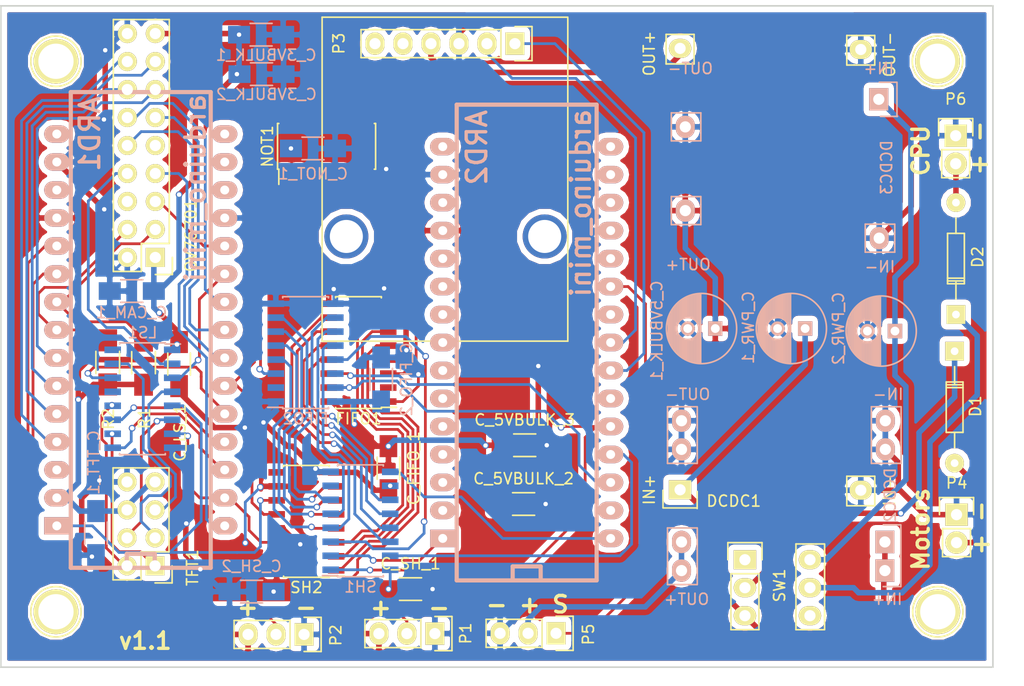
<source format=kicad_pcb>
(kicad_pcb (version 4) (host pcbnew 4.0.4-stable)
  (layers (0 F.Cu signal) (31 B.Cu signal) (34 B.Paste user) (35 F.Paste user) (36 B.SilkS user) (37 F.SilkS user) (38 B.Mask user) (39 F.Mask user) (44 Edge.Cuts user))
  (net 0 "")
  (net 1 GND)
  (net 2 +5V)
  (net 3 "Net-(C_PWR_1-Pad1)")
  (net 4 "Net-(D1-Pad2)")
  (net 5 "Net-(D1-Pad1)")
  (net 6 "Net-(D2-Pad2)")
  (net 7 "Net-(D2-Pad1)")
  (net 8 "Net-(DCDC1-Pad3)")
  (net 9 "Net-(DCDC2-Pad3)")
  (net 10 "Net-(FIFO1-Pad2)")
  (net 11 "Net-(FIFO1-Pad3)")
  (net 12 "Net-(FIFO1-Pad4)")
  (net 13 "Net-(FIFO1-Pad5)")
  (net 14 "Net-(FIFO1-Pad6)")
  (net 15 "Net-(FIFO1-Pad7)")
  (net 16 "Net-(FIFO1-Pad10)")
  (net 17 "Net-(FIFO1-Pad11)")
  (net 18 "Net-(FIFO1-Pad12)")
  (net 19 "Net-(FIFO1-Pad13)")
  (net 20 /SectionCommBuffer/DATA_READY)
  (net 21 /SectionCommBuffer/FIFO_POP)
  (net 22 "Net-(FIFO2-Pad2)")
  (net 23 "Net-(FIFO2-Pad4)")
  (net 24 "Net-(FIFO2-Pad5)")
  (net 25 "Net-(FIFO2-Pad6)")
  (net 26 "Net-(FIFO2-Pad7)")
  (net 27 "Net-(FIFO2-Pad10)")
  (net 28 "Net-(FIFO2-Pad11)")
  (net 29 "Net-(FIFO2-Pad12)")
  (net 30 "Net-(FIFO2-Pad13)")
  (net 31 "Net-(FIFO2-Pad14)")
  (net 32 "Net-(LS1-Pad2)")
  (net 33 "Net-(LS1-Pad4)")
  (net 34 /Sheet57F22415/SPI_CLOCK)
  (net 35 "Net-(LS1-Pad6)")
  (net 36 /Sheet57F22415/SPI_DATA)
  (net 37 "Net-(LS1-Pad10)")
  (net 38 "Net-(LS1-Pad12)")
  (net 39 "Net-(LS1-Pad13)")
  (net 40 "Net-(LS1-Pad15)")
  (net 41 "Net-(LS1-Pad16)")
  (net 42 "Net-(OV76701-Pad6)")
  (net 43 "Net-(OV76701-Pad9)")
  (net 44 /Sheet57F22415/Pixel_D6)
  (net 45 /Sheet57F22415/Pixel_D5)
  (net 46 /Sheet57F22415/Pixel_D4)
  (net 47 /Sheet57F22415/Pixel_D3)
  (net 48 /Sheet57F22415/Pixel_D2)
  (net 49 /Sheet57F22415/Pixel_D1)
  (net 50 /Sheet57F22415/Pixel_D0)
  (net 51 /SectionMainControl/FORWARD)
  (net 52 /SectionPower/MOTOR_A2)
  (net 53 /SectionPower/MOTOR_B1)
  (net 54 /SectionPower/MOTOR_B2)
  (net 55 /SectionMainControl/STEERING)
  (net 56 /SectionMainControl/SPI_CLOCK)
  (net 57 "Net-(SH1-Pad7)")
  (net 58 /SectionMainControl/SPI_DATA_IN)
  (net 59 /SectionMainControl/FIFO_ENABLE)
  (net 60 "Net-(SH2-Pad9)")
  (net 61 /SectionCommBuffer/FIFO_PUSH)
  (net 62 "Net-(SW1-Pad1)")
  (net 63 "Net-(SW1-Pad4)")
  (net 64 "Net-(ARD1-Pad2)")
  (net 65 "Net-(ARD1-Pad3)")
  (net 66 "Net-(ARD1-Pad8)")
  (net 67 "Net-(ARD1-Pad9)")
  (net 68 "Net-(ARD1-Pad10)")
  (net 69 "Net-(ARD1-Pad11)")
  (net 70 "Net-(ARD1-Pad13)")
  (net 71 "Net-(ARD1-Pad15)")
  (net 72 "Net-(ARD1-Pad16)")
  (net 73 "Net-(ARD1-Pad17)")
  (net 74 "Net-(ARD1-Pad18)")
  (net 75 "Net-(ARD1-Pad20)")
  (net 76 "Net-(ARD1-Pad21)")
  (net 77 "Net-(ARD1-Pad26)")
  (net 78 "Net-(ARD1-Pad27)")
  (net 79 "Net-(ARD1-Pad28)")
  (net 80 "Net-(ARD1-Pad30)")
  (net 81 "Net-(ARD2-Pad2)")
  (net 82 "Net-(ARD2-Pad3)")
  (net 83 "Net-(ARD2-Pad4)")
  (net 84 "Net-(ARD2-Pad5)")
  (net 85 "Net-(ARD2-Pad6)")
  (net 86 "Net-(ARD2-Pad7)")
  (net 87 "Net-(ARD2-Pad8)")
  (net 88 "Net-(ARD2-Pad9)")
  (net 89 "Net-(ARD2-Pad10)")
  (net 90 "Net-(ARD2-Pad11)")
  (net 91 "Net-(ARD2-Pad13)")
  (net 92 "Net-(ARD2-Pad15)")
  (net 93 "Net-(ARD2-Pad16)")
  (net 94 "Net-(ARD2-Pad17)")
  (net 95 "Net-(ARD2-Pad18)")
  (net 96 "Net-(ARD2-Pad20)")
  (net 97 "Net-(ARD2-Pad22)")
  (net 98 "Net-(ARD2-Pad25)")
  (net 99 "Net-(ARD2-Pad29)")
  (net 100 "Net-(C_PWR_2-Pad1)")
  (module Connect:1pin (layer F.Cu) (at 152.0952 103.0478)
    (fp_text reference REF** hide)
    (fp_text value 1pin)
    (pad 1 thru_hole circle (at 0 0) (size 4.064 4.064) (drill 3.2) (layers *.Cu *.Mask F.SilkS))
  )
  (module Connect:1pin (layer F.Cu) (at 152.0698 53.086)
    (fp_text reference REF** hide)
    (fp_text value 1pin)
    (pad 1 thru_hole circle (at 0 0) (size 4.064 4.064) (drill 3.2) (layers *.Cu *.Mask F.SilkS))
  )
  (module Connect:1pin (layer F.Cu) (at 72.0598 53.086)
    (fp_text reference REF** hide)
    (fp_text value 1pin)
    (pad 1 thru_hole circle (at 0 0) (size 4.064 4.064) (drill 3.2) (layers *.Cu *.Mask F.SilkS))
  )
  (module Connect:1pin (layer F.Cu) (at 72.0598 103.0478)
    (fp_text reference REF** hide)
    (fp_text value 1pin)
    (pad 1 thru_hole circle (at 0 0) (size 4.064 4.064) (drill 3.2) (layers *.Cu *.Mask F.SilkS))
  )
  (module Capacitors_SMD:C_1206_HandSoldering (layer B.Cu) (at 78.9432 73.9394 180)
    (fp_text reference C_CAM_1 (at 0.0254 -1.9558 180) (layer B.SilkS) (effects (justify mirror)))
    (fp_text value 1uF)
    (pad 1 smd rect (at -2 0 180) (size 2 1.6) (layers B.Cu B.Paste B.Mask) (net 64 "Net-(ARD1-Pad2)"))
    (pad 2 smd rect (at 2 0 180) (size 2 1.6) (layers B.Cu B.Paste B.Mask) (net 1 GND))
  )
  (module Capacitors_SMD:C_1206_HandSoldering (layer F.Cu) (at 102.235 90.0176 270)
    (fp_text reference C_FIFO_1 (at 0 -2.3 270) (layer F.SilkS))
    (fp_text value 0.1uF)
    (pad 1 smd rect (at -2 0 270) (size 2 1.6) (layers F.Cu F.Paste F.Mask) (net 2 +5V))
    (pad 2 smd rect (at 2 0 270) (size 2 1.6) (layers F.Cu F.Paste F.Mask) (net 1 GND))
  )
  (module Capacitors_SMD:C_1206_HandSoldering (layer B.Cu) (at 101.5746 81.9658 90)
    (fp_text reference C_FIFO_2 (at 0 2.3 90) (layer B.SilkS) (effects (justify mirror)))
    (fp_text value 0.1uF)
    (pad 1 smd rect (at -2 0 90) (size 2 1.6) (layers B.Cu B.Paste B.Mask) (net 2 +5V))
    (pad 2 smd rect (at 2 0 90) (size 2 1.6) (layers B.Cu B.Paste B.Mask) (net 1 GND))
  )
  (module Capacitors_SMD:C_1206_HandSoldering (layer F.Cu) (at 83.2358 80.5688 270)
    (fp_text reference C_LS_1 (at 6.2357 -0.0762 270) (layer F.SilkS))
    (fp_text value 0.1uF)
    (pad 1 smd rect (at -2 0 270) (size 2 1.6) (layers F.Cu F.Paste F.Mask) (net 64 "Net-(ARD1-Pad2)"))
    (pad 2 smd rect (at 2 0 270) (size 2 1.6) (layers F.Cu F.Paste F.Mask) (net 1 GND))
  )
  (module Capacitors_SMD:C_1206_HandSoldering (layer B.Cu) (at 95.3897 60.9981)
    (fp_text reference C_NOT_1 (at 0 2.3) (layer B.SilkS) (effects (justify mirror)))
    (fp_text value 0.1uF)
    (pad 1 smd rect (at -2 0) (size 2 1.6) (layers B.Cu B.Paste B.Mask) (net 2 +5V))
    (pad 2 smd rect (at 2 0) (size 2 1.6) (layers B.Cu B.Paste B.Mask) (net 1 GND))
  )
  (module Capacitors_ThroughHole:C_Radial_D6.3_L11.2_P2.5 (layer B.Cu) (at 140.0556 77.343 180)
    (fp_text reference C_PWR_1 (at 5.1562 0.0889 270) (layer B.SilkS) (effects (justify mirror)))
    (fp_text value C)
    (pad 2 thru_hole circle (at 2.5 0 180) (size 1.3 1.3) (drill 0.8) (layers *.Cu *.Mask B.SilkS) (net 1 GND))
    (pad 1 thru_hole rect (at 0 0 180) (size 1.3 1.3) (drill 0.8) (layers *.Cu *.Mask B.SilkS) (net 3 "Net-(C_PWR_1-Pad1)"))
  )
  (module Capacitors_ThroughHole:C_Radial_D6.3_L11.2_P2.5 (layer B.Cu) (at 148.209 77.5716 180)
    (fp_text reference C_PWR_2 (at 5.1308 0.2286 450) (layer B.SilkS) (effects (justify mirror)))
    (fp_text value C)
    (pad 2 thru_hole circle (at 2.5 0 180) (size 1.3 1.3) (drill 0.8) (layers *.Cu *.Mask B.SilkS) (net 1 GND))
    (pad 1 thru_hole rect (at 0 0 180) (size 1.3 1.3) (drill 0.8) (layers *.Cu *.Mask B.SilkS) (net 100 "Net-(C_PWR_2-Pad1)"))
  )
  (module Capacitors_SMD:C_1206_HandSoldering (layer F.Cu) (at 104.2416 100.9904)
    (fp_text reference C_SH_1 (at 0 -2.3) (layer F.SilkS))
    (fp_text value 0.1uF)
    (pad 1 smd rect (at -2 0) (size 2 1.6) (layers F.Cu F.Paste F.Mask) (net 2 +5V))
    (pad 2 smd rect (at 2 0) (size 2 1.6) (layers F.Cu F.Paste F.Mask) (net 1 GND))
  )
  (module Capacitors_SMD:C_1206_HandSoldering (layer B.Cu) (at 89.8144 101.219 180)
    (fp_text reference C_SH_2 (at 0 2.3 180) (layer B.SilkS) (effects (justify mirror)))
    (fp_text value 0.1uF)
    (pad 1 smd rect (at -2 0 180) (size 2 1.6) (layers B.Cu B.Paste B.Mask) (net 2 +5V))
    (pad 2 smd rect (at 2 0 180) (size 2 1.6) (layers B.Cu B.Paste B.Mask) (net 1 GND))
  )
  (module Capacitors_SMD:C_1206_HandSoldering (layer B.Cu) (at 75.692 95.9104 270)
    (fp_text reference C_TFT_1 (at -6.4135 0.2032 270) (layer B.SilkS) (effects (justify mirror)))
    (fp_text value 1uF)
    (pad 1 smd rect (at -2 0 270) (size 2 1.6) (layers B.Cu B.Paste B.Mask) (net 64 "Net-(ARD1-Pad2)"))
    (pad 2 smd rect (at 2 0 270) (size 2 1.6) (layers B.Cu B.Paste B.Mask) (net 1 GND))
  )
  (module Diodes_ThroughHole:Diode_DO-35_SOD27_Horizontal_RM10 (layer F.Cu) (at 153.6192 79.4004 270)
    (fp_text reference D1 (at 4.9911 -1.8923 270) (layer F.SilkS))
    (fp_text value D_Schottky)
    (pad 2 thru_hole circle (at 10.16052 -0.00254 90) (size 1.69926 1.69926) (drill 0.70104) (layers *.Cu *.Mask F.SilkS) (net 4 "Net-(D1-Pad2)"))
    (pad 1 thru_hole rect (at 0.00052 -0.00254 90) (size 1.69926 1.69926) (drill 0.70104) (layers *.Cu *.Mask F.SilkS) (net 5 "Net-(D1-Pad1)"))
  )
  (module Diodes_ThroughHole:Diode_DO-35_SOD27_Horizontal_RM10 (layer F.Cu) (at 153.7462 76.073 90)
    (fp_text reference D2 (at 5.2197 1.9685 90) (layer F.SilkS))
    (fp_text value D_Schottky)
    (pad 2 thru_hole circle (at 10.16052 -0.00254 270) (size 1.69926 1.69926) (drill 0.70104) (layers *.Cu *.Mask F.SilkS) (net 6 "Net-(D2-Pad2)"))
    (pad 1 thru_hole rect (at 0.00052 -0.00254 270) (size 1.69926 1.69926) (drill 0.70104) (layers *.Cu *.Mask F.SilkS) (net 7 "Net-(D2-Pad1)"))
  )
  (module DcDcAdjustableUp:DcDcAdjustableUp (layer F.Cu) (at 136.906 71.5772)
    (fp_text reference DCDC1 (at -3.3274 21.4249) (layer F.SilkS))
    (fp_text value "DC-DC 12V up")
    (fp_text user OUT- (at 10.8 -19.1 90) (layer F.SilkS))
    (fp_text user OUT+ (at -11 -19.2 90) (layer F.SilkS))
    (fp_text user IN- (at 10.8 20.5 90) (layer F.SilkS))
    (fp_text user IN+ (at -11 20.4 90) (layer F.SilkS))
    (pad 4 thru_hole oval (at 8.2 -19.56) (size 2.032 1.7272) (drill 1.016) (layers *.Cu *.Mask F.SilkS) (net 1 GND))
    (pad 3 thru_hole oval (at -8.2 -19.66) (size 2.032 1.7272) (drill 1.016) (layers *.Cu *.Mask F.SilkS) (net 8 "Net-(DCDC1-Pad3)"))
    (pad 2 thru_hole oval (at 8.2 20.44) (size 2.032 1.7272) (drill 1.016) (layers *.Cu *.Mask F.SilkS) (net 1 GND))
    (pad 1 thru_hole rect (at -8.2 20.4) (size 2.032 1.7272) (drill 1.016) (layers *.Cu *.Mask F.SilkS) (net 3 "Net-(C_PWR_1-Pad1)"))
  )
  (module DcDcAdjustableDown:DcDcAdjustableDown (layer B.Cu) (at 139.3952 92.8116 270)
    (fp_text reference DCDC2 (at -0.3556 -8.382 270) (layer B.SilkS) (effects (justify mirror)))
    (fp_text value "DC-DC 5V down")
    (fp_text user OUT- (at -9.5 10 540) (layer B.SilkS) (effects (justify mirror)))
    (fp_text user OUT+ (at 9.1 10.1 540) (layer B.SilkS) (effects (justify mirror)))
    (fp_text user IN- (at -9.5 -8.2 540) (layer B.SilkS) (effects (justify mirror)))
    (fp_text user IN+ (at 9.1 -8.1 540) (layer B.SilkS) (effects (justify mirror)))
    (pad 3 thru_hole oval (at 6.5 10.56 270) (size 2.032 1.7272) (drill 1.016) (layers *.Cu *.Mask B.SilkS) (net 9 "Net-(DCDC2-Pad3)"))
    (pad 3 thru_hole oval (at 3.9 10.56 270) (size 2.032 1.7272) (drill 1.016) (layers *.Cu *.Mask B.SilkS) (net 9 "Net-(DCDC2-Pad3)"))
    (pad 4 thru_hole oval (at -7.1 10.56 270) (size 2.032 1.7272) (drill 1.016) (layers *.Cu *.Mask B.SilkS) (net 1 GND))
    (pad 4 thru_hole oval (at -4.5 10.56 270) (size 2.032 1.7272) (drill 1.016) (layers *.Cu *.Mask B.SilkS) (net 1 GND))
    (pad 2 thru_hole oval (at -4.5 -7.94 270) (size 2.032 1.7272) (drill 1.016) (layers *.Cu *.Mask B.SilkS) (net 1 GND))
    (pad 1 thru_hole rect (at 6.5 -7.9 270) (size 2.032 1.7272) (drill 1.016) (layers *.Cu *.Mask B.SilkS) (net 3 "Net-(C_PWR_1-Pad1)"))
    (pad 2 thru_hole oval (at -7.1 -7.94 270) (size 2.032 1.7272) (drill 1.016) (layers *.Cu *.Mask B.SilkS) (net 1 GND))
    (pad 1 thru_hole rect (at 3.9 -7.9 270) (size 2.032 1.7272) (drill 1.016) (layers *.Cu *.Mask B.SilkS) (net 3 "Net-(C_PWR_1-Pad1)"))
  )
  (module DcDc5VUp:DcDc5VUp (layer B.Cu) (at 126.3396 62.8396 270)
    (fp_text reference DCDC3 (at -0.1143 -21.1074 270) (layer B.SilkS) (effects (justify mirror)))
    (fp_text value "DC-DC 5V up")
    (fp_text user OUT- (at -9.1 -3.3 540) (layer B.SilkS) (effects (justify mirror)))
    (fp_text user OUT+ (at 8.7 -3.1 540) (layer B.SilkS) (effects (justify mirror)))
    (fp_text user IN- (at 8.9 -20.5 540) (layer B.SilkS) (effects (justify mirror)))
    (fp_text user IN+ (at -9.1 -20.4 540) (layer B.SilkS) (effects (justify mirror)))
    (pad 4 thru_hole oval (at -3.8 -2.84 270) (size 2.032 1.7272) (drill 1.016) (layers *.Cu *.Mask B.SilkS) (net 1 GND))
    (pad 3 thru_hole oval (at 3.8 -2.84 270) (size 2.032 1.7272) (drill 1.016) (layers *.Cu *.Mask B.SilkS) (net 2 +5V))
    (pad 2 thru_hole oval (at 6.3 -20.44 270) (size 2.032 1.7272) (drill 1.016) (layers *.Cu *.Mask B.SilkS) (net 1 GND))
    (pad 1 thru_hole rect (at -6.3 -20.4 270) (size 2.032 1.7272) (drill 1.016) (layers *.Cu *.Mask B.SilkS) (net 100 "Net-(C_PWR_2-Pad1)"))
  )
  (module Housings_SOIC:SOIC-16_3.9x9.9mm_Pitch1.27mm (layer F.Cu) (at 99.5172 79.5274 180)
    (fp_text reference FIFO1 (at 0 -6 180) (layer F.SilkS))
    (fp_text value fifo_74HC40105)
    (pad 1 smd rect (at -2.7 -4.445 180) (size 1.5 0.6) (layers F.Cu F.Paste F.Mask) (net 1 GND))
    (pad 2 smd rect (at -2.7 -3.175 180) (size 1.5 0.6) (layers F.Cu F.Paste F.Mask) (net 10 "Net-(FIFO1-Pad2)"))
    (pad 3 smd rect (at -2.7 -1.905 180) (size 1.5 0.6) (layers F.Cu F.Paste F.Mask) (net 11 "Net-(FIFO1-Pad3)"))
    (pad 4 smd rect (at -2.7 -0.635 180) (size 1.5 0.6) (layers F.Cu F.Paste F.Mask) (net 12 "Net-(FIFO1-Pad4)"))
    (pad 5 smd rect (at -2.7 0.635 180) (size 1.5 0.6) (layers F.Cu F.Paste F.Mask) (net 13 "Net-(FIFO1-Pad5)"))
    (pad 6 smd rect (at -2.7 1.905 180) (size 1.5 0.6) (layers F.Cu F.Paste F.Mask) (net 14 "Net-(FIFO1-Pad6)"))
    (pad 7 smd rect (at -2.7 3.175 180) (size 1.5 0.6) (layers F.Cu F.Paste F.Mask) (net 15 "Net-(FIFO1-Pad7)"))
    (pad 8 smd rect (at -2.7 4.445 180) (size 1.5 0.6) (layers F.Cu F.Paste F.Mask) (net 1 GND))
    (pad 9 smd rect (at 2.7 4.445 180) (size 1.5 0.6) (layers F.Cu F.Paste F.Mask) (net 1 GND))
    (pad 10 smd rect (at 2.7 3.175 180) (size 1.5 0.6) (layers F.Cu F.Paste F.Mask) (net 16 "Net-(FIFO1-Pad10)"))
    (pad 11 smd rect (at 2.7 1.905 180) (size 1.5 0.6) (layers F.Cu F.Paste F.Mask) (net 17 "Net-(FIFO1-Pad11)"))
    (pad 12 smd rect (at 2.7 0.635 180) (size 1.5 0.6) (layers F.Cu F.Paste F.Mask) (net 18 "Net-(FIFO1-Pad12)"))
    (pad 13 smd rect (at 2.7 -0.635 180) (size 1.5 0.6) (layers F.Cu F.Paste F.Mask) (net 19 "Net-(FIFO1-Pad13)"))
    (pad 14 smd rect (at 2.7 -1.905 180) (size 1.5 0.6) (layers F.Cu F.Paste F.Mask) (net 20 /SectionCommBuffer/DATA_READY))
    (pad 15 smd rect (at 2.7 -3.175 180) (size 1.5 0.6) (layers F.Cu F.Paste F.Mask) (net 21 /SectionCommBuffer/FIFO_POP))
    (pad 16 smd rect (at 2.7 -4.445 180) (size 1.5 0.6) (layers F.Cu F.Paste F.Mask) (net 2 +5V))
  )
  (module Housings_SOIC:SOIC-16_3.9x9.9mm_Pitch1.27mm (layer B.Cu) (at 94.7166 79.5274)
    (fp_text reference FIFO2 (at 0 6) (layer B.SilkS) (effects (justify mirror)))
    (fp_text value fifo_74HC40105)
    (pad 1 smd rect (at -2.7 4.445) (size 1.5 0.6) (layers B.Cu B.Paste B.Mask) (net 1 GND))
    (pad 2 smd rect (at -2.7 3.175) (size 1.5 0.6) (layers B.Cu B.Paste B.Mask) (net 22 "Net-(FIFO2-Pad2)"))
    (pad 3 smd rect (at -2.7 1.905) (size 1.5 0.6) (layers B.Cu B.Paste B.Mask) (net 11 "Net-(FIFO1-Pad3)"))
    (pad 4 smd rect (at -2.7 0.635) (size 1.5 0.6) (layers B.Cu B.Paste B.Mask) (net 23 "Net-(FIFO2-Pad4)"))
    (pad 5 smd rect (at -2.7 -0.635) (size 1.5 0.6) (layers B.Cu B.Paste B.Mask) (net 24 "Net-(FIFO2-Pad5)"))
    (pad 6 smd rect (at -2.7 -1.905) (size 1.5 0.6) (layers B.Cu B.Paste B.Mask) (net 25 "Net-(FIFO2-Pad6)"))
    (pad 7 smd rect (at -2.7 -3.175) (size 1.5 0.6) (layers B.Cu B.Paste B.Mask) (net 26 "Net-(FIFO2-Pad7)"))
    (pad 8 smd rect (at -2.7 -4.445) (size 1.5 0.6) (layers B.Cu B.Paste B.Mask) (net 1 GND))
    (pad 9 smd rect (at 2.7 -4.445) (size 1.5 0.6) (layers B.Cu B.Paste B.Mask) (net 1 GND))
    (pad 10 smd rect (at 2.7 -3.175) (size 1.5 0.6) (layers B.Cu B.Paste B.Mask) (net 27 "Net-(FIFO2-Pad10)"))
    (pad 11 smd rect (at 2.7 -1.905) (size 1.5 0.6) (layers B.Cu B.Paste B.Mask) (net 28 "Net-(FIFO2-Pad11)"))
    (pad 12 smd rect (at 2.7 -0.635) (size 1.5 0.6) (layers B.Cu B.Paste B.Mask) (net 29 "Net-(FIFO2-Pad12)"))
    (pad 13 smd rect (at 2.7 0.635) (size 1.5 0.6) (layers B.Cu B.Paste B.Mask) (net 30 "Net-(FIFO2-Pad13)"))
    (pad 14 smd rect (at 2.7 1.905) (size 1.5 0.6) (layers B.Cu B.Paste B.Mask) (net 31 "Net-(FIFO2-Pad14)"))
    (pad 15 smd rect (at 2.7 3.175) (size 1.5 0.6) (layers B.Cu B.Paste B.Mask) (net 21 /SectionCommBuffer/FIFO_POP))
    (pad 16 smd rect (at 2.7 4.445) (size 1.5 0.6) (layers B.Cu B.Paste B.Mask) (net 2 +5V))
  )
  (module Housings_SOIC:SOIC-16_3.9x9.9mm_Pitch1.27mm (layer B.Cu) (at 79.9084 83.7184 180)
    (fp_text reference LS1 (at 0 6 180) (layer B.SilkS) (effects (justify mirror)))
    (fp_text value LevelShifter_74HC4050D)
    (pad 1 smd rect (at -2.7 4.445 180) (size 1.5 0.6) (layers B.Cu B.Paste B.Mask) (net 64 "Net-(ARD1-Pad2)"))
    (pad 2 smd rect (at -2.7 3.175 180) (size 1.5 0.6) (layers B.Cu B.Paste B.Mask) (net 32 "Net-(LS1-Pad2)"))
    (pad 3 smd rect (at -2.7 1.905 180) (size 1.5 0.6) (layers B.Cu B.Paste B.Mask) (net 76 "Net-(ARD1-Pad21)"))
    (pad 4 smd rect (at -2.7 0.635 180) (size 1.5 0.6) (layers B.Cu B.Paste B.Mask) (net 33 "Net-(LS1-Pad4)"))
    (pad 5 smd rect (at -2.7 -0.635 180) (size 1.5 0.6) (layers B.Cu B.Paste B.Mask) (net 34 /Sheet57F22415/SPI_CLOCK))
    (pad 6 smd rect (at -2.7 -1.905 180) (size 1.5 0.6) (layers B.Cu B.Paste B.Mask) (net 35 "Net-(LS1-Pad6)"))
    (pad 7 smd rect (at -2.7 -3.175 180) (size 1.5 0.6) (layers B.Cu B.Paste B.Mask) (net 36 /Sheet57F22415/SPI_DATA))
    (pad 8 smd rect (at -2.7 -4.445 180) (size 1.5 0.6) (layers B.Cu B.Paste B.Mask) (net 1 GND))
    (pad 9 smd rect (at 2.7 -4.445 180) (size 1.5 0.6) (layers B.Cu B.Paste B.Mask) (net 79 "Net-(ARD1-Pad28)"))
    (pad 10 smd rect (at 2.7 -3.175 180) (size 1.5 0.6) (layers B.Cu B.Paste B.Mask) (net 37 "Net-(LS1-Pad10)"))
    (pad 11 smd rect (at 2.7 -1.905 180) (size 1.5 0.6) (layers B.Cu B.Paste B.Mask) (net 78 "Net-(ARD1-Pad27)"))
    (pad 12 smd rect (at 2.7 -0.635 180) (size 1.5 0.6) (layers B.Cu B.Paste B.Mask) (net 38 "Net-(LS1-Pad12)"))
    (pad 13 smd rect (at 2.7 0.635 180) (size 1.5 0.6) (layers B.Cu B.Paste B.Mask) (net 39 "Net-(LS1-Pad13)"))
    (pad 14 smd rect (at 2.7 1.905 180) (size 1.5 0.6) (layers B.Cu B.Paste B.Mask) (net 77 "Net-(ARD1-Pad26)"))
    (pad 15 smd rect (at 2.7 3.175 180) (size 1.5 0.6) (layers B.Cu B.Paste B.Mask) (net 40 "Net-(LS1-Pad15)"))
    (pad 16 smd rect (at 2.7 4.445 180) (size 1.5 0.6) (layers B.Cu B.Paste B.Mask) (net 41 "Net-(LS1-Pad16)"))
  )
  (module Pin_Headers:Pin_Header_Straight_2x09 (layer F.Cu) (at 81.0768 70.8914 180)
    (fp_text reference OV76701 (at -3.2385 2.0066 450) (layer F.SilkS))
    (fp_text value Camera_OV7670)
    (pad 1 thru_hole rect (at 0 0 180) (size 1.7272 1.7272) (drill 1.016) (layers *.Cu *.Mask F.SilkS) (net 64 "Net-(ARD1-Pad2)"))
    (pad 2 thru_hole oval (at 2.54 0 180) (size 1.7272 1.7272) (drill 1.016) (layers *.Cu *.Mask F.SilkS) (net 1 GND))
    (pad 3 thru_hole oval (at 0 2.54 180) (size 1.7272 1.7272) (drill 1.016) (layers *.Cu *.Mask F.SilkS) (net 67 "Net-(ARD1-Pad9)"))
    (pad 4 thru_hole oval (at 2.54 2.54 180) (size 1.7272 1.7272) (drill 1.016) (layers *.Cu *.Mask F.SilkS) (net 66 "Net-(ARD1-Pad8)"))
    (pad 5 thru_hole oval (at 0 5.08 180) (size 1.7272 1.7272) (drill 1.016) (layers *.Cu *.Mask F.SilkS) (net 75 "Net-(ARD1-Pad20)"))
    (pad 6 thru_hole oval (at 2.54 5.08 180) (size 1.7272 1.7272) (drill 1.016) (layers *.Cu *.Mask F.SilkS) (net 42 "Net-(OV76701-Pad6)"))
    (pad 7 thru_hole oval (at 0 7.62 180) (size 1.7272 1.7272) (drill 1.016) (layers *.Cu *.Mask F.SilkS) (net 80 "Net-(ARD1-Pad30)"))
    (pad 8 thru_hole oval (at 2.54 7.62 180) (size 1.7272 1.7272) (drill 1.016) (layers *.Cu *.Mask F.SilkS) (net 32 "Net-(LS1-Pad2)"))
    (pad 9 thru_hole oval (at 0 10.16 180) (size 1.7272 1.7272) (drill 1.016) (layers *.Cu *.Mask F.SilkS) (net 43 "Net-(OV76701-Pad9)"))
    (pad 10 thru_hole oval (at 2.54 10.16 180) (size 1.7272 1.7272) (drill 1.016) (layers *.Cu *.Mask F.SilkS) (net 44 /Sheet57F22415/Pixel_D6))
    (pad 11 thru_hole oval (at 0 12.7 180) (size 1.7272 1.7272) (drill 1.016) (layers *.Cu *.Mask F.SilkS) (net 45 /Sheet57F22415/Pixel_D5))
    (pad 12 thru_hole oval (at 2.54 12.7 180) (size 1.7272 1.7272) (drill 1.016) (layers *.Cu *.Mask F.SilkS) (net 46 /Sheet57F22415/Pixel_D4))
    (pad 13 thru_hole oval (at 0 15.24 180) (size 1.7272 1.7272) (drill 1.016) (layers *.Cu *.Mask F.SilkS) (net 47 /Sheet57F22415/Pixel_D3))
    (pad 14 thru_hole oval (at 2.54 15.24 180) (size 1.7272 1.7272) (drill 1.016) (layers *.Cu *.Mask F.SilkS) (net 48 /Sheet57F22415/Pixel_D2))
    (pad 15 thru_hole oval (at 0 17.78 180) (size 1.7272 1.7272) (drill 1.016) (layers *.Cu *.Mask F.SilkS) (net 49 /Sheet57F22415/Pixel_D1))
    (pad 16 thru_hole oval (at 2.54 17.78 180) (size 1.7272 1.7272) (drill 1.016) (layers *.Cu *.Mask F.SilkS) (net 50 /Sheet57F22415/Pixel_D0))
    (pad 17 thru_hole oval (at 0 20.32 180) (size 1.7272 1.7272) (drill 1.016) (layers *.Cu *.Mask F.SilkS) (net 64 "Net-(ARD1-Pad2)"))
    (pad 18 thru_hole oval (at 2.54 20.32 180) (size 1.7272 1.7272) (drill 1.016) (layers *.Cu *.Mask F.SilkS) (net 1 GND))
  )
  (module Pin_Headers:Pin_Header_Straight_1x03 (layer F.Cu) (at 106.4514 105.029 270)
    (fp_text reference P1 (at -0.0127 -2.794 270) (layer F.SilkS))
    (fp_text value "Camera pot 1")
    (pad 1 thru_hole rect (at 0 0 270) (size 2.032 1.7272) (drill 1.016) (layers *.Cu *.Mask F.SilkS) (net 1 GND))
    (pad 2 thru_hole oval (at 0 2.54 270) (size 2.032 1.7272) (drill 1.016) (layers *.Cu *.Mask F.SilkS) (net 68 "Net-(ARD1-Pad10)"))
    (pad 3 thru_hole oval (at 0 5.08 270) (size 2.032 1.7272) (drill 1.016) (layers *.Cu *.Mask F.SilkS) (net 2 +5V))
  )
  (module Pin_Headers:Pin_Header_Straight_1x03 (layer F.Cu) (at 94.5769 105.1052 270)
    (fp_text reference P2 (at 0.0762 -2.8829 270) (layer F.SilkS))
    (fp_text value "Camera pot 2")
    (pad 1 thru_hole rect (at 0 0 270) (size 2.032 1.7272) (drill 1.016) (layers *.Cu *.Mask F.SilkS) (net 1 GND))
    (pad 2 thru_hole oval (at 0 2.54 270) (size 2.032 1.7272) (drill 1.016) (layers *.Cu *.Mask F.SilkS) (net 69 "Net-(ARD1-Pad11)"))
    (pad 3 thru_hole oval (at 0 5.08 270) (size 2.032 1.7272) (drill 1.016) (layers *.Cu *.Mask F.SilkS) (net 2 +5V))
  )
  (module MotorController:MotorController (layer F.Cu) (at 113.7158 51.4858 270)
    (fp_text reference P3 (at -0.0127 15.9766 450) (layer F.SilkS))
    (fp_text value "Motor controller")
    (pad "" np_thru_hole circle (at 17.5 15.3 270) (size 4 4) (drill 3) (layers *.Cu *.Mask))
    (pad 1 thru_hole rect (at 0 0 270) (size 2.032 1.7272) (drill 1.016) (layers *.Cu *.Mask F.SilkS) (net 51 /SectionMainControl/FORWARD))
    (pad 2 thru_hole oval (at 0 2.54 270) (size 2.032 1.7272) (drill 1.016) (layers *.Cu *.Mask F.SilkS) (net 52 /SectionPower/MOTOR_A2))
    (pad 3 thru_hole oval (at 0 5.08 270) (size 2.032 1.7272) (drill 1.016) (layers *.Cu *.Mask F.SilkS) (net 1 GND))
    (pad 4 thru_hole oval (at 0 7.62 270) (size 2.032 1.7272) (drill 1.016) (layers *.Cu *.Mask F.SilkS) (net 8 "Net-(DCDC1-Pad3)"))
    (pad 5 thru_hole oval (at 0 10.16 270) (size 2.032 1.7272) (drill 1.016) (layers *.Cu *.Mask F.SilkS) (net 53 /SectionPower/MOTOR_B1))
    (pad 6 thru_hole oval (at 0 12.7 270) (size 2.032 1.7272) (drill 1.016) (layers *.Cu *.Mask F.SilkS) (net 54 /SectionPower/MOTOR_B2))
    (pad "" np_thru_hole circle (at 17.5 -2.7 270) (size 4 4) (drill 3) (layers *.Cu *.Mask))
  )
  (module Pin_Headers:Pin_Header_Straight_1x02 (layer F.Cu) (at 153.797 94.234)
    (fp_text reference P4 (at 0.0127 -2.8702) (layer F.SilkS))
    (fp_text value "Motor battery")
    (pad 1 thru_hole rect (at 0 0) (size 2.032 2.032) (drill 1.016) (layers *.Cu *.Mask F.SilkS) (net 1 GND))
    (pad 2 thru_hole oval (at 0 2.54) (size 2.032 2.032) (drill 1.016) (layers *.Cu *.Mask F.SilkS) (net 4 "Net-(D1-Pad2)"))
  )
  (module Pin_Headers:Pin_Header_Straight_1x03 (layer F.Cu) (at 117.4496 105.0036 270)
    (fp_text reference P5 (at 0.1016 -2.9337 270) (layer F.SilkS))
    (fp_text value "Steering connector")
    (pad 1 thru_hole rect (at 0 0 270) (size 2.032 1.7272) (drill 1.016) (layers *.Cu *.Mask F.SilkS) (net 55 /SectionMainControl/STEERING))
    (pad 2 thru_hole oval (at 0 2.54 270) (size 2.032 1.7272) (drill 1.016) (layers *.Cu *.Mask F.SilkS) (net 9 "Net-(DCDC2-Pad3)"))
    (pad 3 thru_hole oval (at 0 5.08 270) (size 2.032 1.7272) (drill 1.016) (layers *.Cu *.Mask F.SilkS) (net 1 GND))
  )
  (module Pin_Headers:Pin_Header_Straight_1x02 (layer F.Cu) (at 153.7208 59.8424)
    (fp_text reference P6 (at 0 -3.3274) (layer F.SilkS))
    (fp_text value "Arduino battery")
    (pad 1 thru_hole rect (at 0 0) (size 2.032 2.032) (drill 1.016) (layers *.Cu *.Mask F.SilkS) (net 1 GND))
    (pad 2 thru_hole oval (at 0 2.54) (size 2.032 2.032) (drill 1.016) (layers *.Cu *.Mask F.SilkS) (net 6 "Net-(D2-Pad2)"))
  )
  (module Resistors_SMD:R_1206_HandSoldering (layer F.Cu) (at 80.01 80.4418 90)
    (fp_text reference R1 (at -5.0546 0.0762 90) (layer F.SilkS))
    (fp_text value 10k)
    (pad 1 smd rect (at -2 0 90) (size 2 1.7) (layers F.Cu F.Paste F.Mask) (net 64 "Net-(ARD1-Pad2)"))
    (pad 2 smd rect (at 2 0 90) (size 2 1.7) (layers F.Cu F.Paste F.Mask) (net 67 "Net-(ARD1-Pad9)"))
  )
  (module Resistors_SMD:R_1206_HandSoldering (layer F.Cu) (at 76.7588 80.4164 90)
    (fp_text reference R2 (at -5.1435 0.0508 90) (layer F.SilkS))
    (fp_text value 10k)
    (pad 1 smd rect (at -2 0 90) (size 2 1.7) (layers F.Cu F.Paste F.Mask) (net 64 "Net-(ARD1-Pad2)"))
    (pad 2 smd rect (at 2 0 90) (size 2 1.7) (layers F.Cu F.Paste F.Mask) (net 66 "Net-(ARD1-Pad8)"))
  )
  (module Housings_SOIC:SOIC-16_3.9x9.9mm_Pitch1.27mm (layer B.Cu) (at 99.695 94.7928)
    (fp_text reference SH1 (at 0 6) (layer B.SilkS) (effects (justify mirror)))
    (fp_text value shiftregister_74HC165)
    (pad 1 smd rect (at -2.7 4.445) (size 1.5 0.6) (layers B.Cu B.Paste B.Mask) (net 21 /SectionCommBuffer/FIFO_POP))
    (pad 2 smd rect (at -2.7 3.175) (size 1.5 0.6) (layers B.Cu B.Paste B.Mask) (net 56 /SectionMainControl/SPI_CLOCK))
    (pad 3 smd rect (at -2.7 1.905) (size 1.5 0.6) (layers B.Cu B.Paste B.Mask) (net 30 "Net-(FIFO2-Pad13)"))
    (pad 4 smd rect (at -2.7 0.635) (size 1.5 0.6) (layers B.Cu B.Paste B.Mask) (net 29 "Net-(FIFO2-Pad12)"))
    (pad 5 smd rect (at -2.7 -0.635) (size 1.5 0.6) (layers B.Cu B.Paste B.Mask) (net 28 "Net-(FIFO2-Pad11)"))
    (pad 6 smd rect (at -2.7 -1.905) (size 1.5 0.6) (layers B.Cu B.Paste B.Mask) (net 27 "Net-(FIFO2-Pad10)"))
    (pad 7 smd rect (at -2.7 -3.175) (size 1.5 0.6) (layers B.Cu B.Paste B.Mask) (net 57 "Net-(SH1-Pad7)"))
    (pad 8 smd rect (at -2.7 -4.445) (size 1.5 0.6) (layers B.Cu B.Paste B.Mask) (net 1 GND))
    (pad 9 smd rect (at 2.7 -4.445) (size 1.5 0.6) (layers B.Cu B.Paste B.Mask) (net 58 /SectionMainControl/SPI_DATA_IN))
    (pad 10 smd rect (at 2.7 -3.175) (size 1.5 0.6) (layers B.Cu B.Paste B.Mask) (net 1 GND))
    (pad 11 smd rect (at 2.7 -1.905) (size 1.5 0.6) (layers B.Cu B.Paste B.Mask) (net 19 "Net-(FIFO1-Pad13)"))
    (pad 12 smd rect (at 2.7 -0.635) (size 1.5 0.6) (layers B.Cu B.Paste B.Mask) (net 18 "Net-(FIFO1-Pad12)"))
    (pad 13 smd rect (at 2.7 0.635) (size 1.5 0.6) (layers B.Cu B.Paste B.Mask) (net 17 "Net-(FIFO1-Pad11)"))
    (pad 14 smd rect (at 2.7 1.905) (size 1.5 0.6) (layers B.Cu B.Paste B.Mask) (net 16 "Net-(FIFO1-Pad10)"))
    (pad 15 smd rect (at 2.7 3.175) (size 1.5 0.6) (layers B.Cu B.Paste B.Mask) (net 59 /SectionMainControl/FIFO_ENABLE))
    (pad 16 smd rect (at 2.7 4.445) (size 1.5 0.6) (layers B.Cu B.Paste B.Mask) (net 2 +5V))
  )
  (module Housings_SOIC:SOIC-16_3.9x9.9mm_Pitch1.27mm (layer F.Cu) (at 94.7928 94.8436 180)
    (fp_text reference SH2 (at 0 -6 180) (layer F.SilkS))
    (fp_text value shiftregister_74HC595)
    (pad 1 smd rect (at -2.7 -4.445 180) (size 1.5 0.6) (layers F.Cu F.Paste F.Mask) (net 13 "Net-(FIFO1-Pad5)"))
    (pad 2 smd rect (at -2.7 -3.175 180) (size 1.5 0.6) (layers F.Cu F.Paste F.Mask) (net 14 "Net-(FIFO1-Pad6)"))
    (pad 3 smd rect (at -2.7 -1.905 180) (size 1.5 0.6) (layers F.Cu F.Paste F.Mask) (net 15 "Net-(FIFO1-Pad7)"))
    (pad 4 smd rect (at -2.7 -0.635 180) (size 1.5 0.6) (layers F.Cu F.Paste F.Mask) (net 23 "Net-(FIFO2-Pad4)"))
    (pad 5 smd rect (at -2.7 0.635 180) (size 1.5 0.6) (layers F.Cu F.Paste F.Mask) (net 24 "Net-(FIFO2-Pad5)"))
    (pad 6 smd rect (at -2.7 1.905 180) (size 1.5 0.6) (layers F.Cu F.Paste F.Mask) (net 25 "Net-(FIFO2-Pad6)"))
    (pad 7 smd rect (at -2.7 3.175 180) (size 1.5 0.6) (layers F.Cu F.Paste F.Mask) (net 26 "Net-(FIFO2-Pad7)"))
    (pad 8 smd rect (at -2.7 4.445 180) (size 1.5 0.6) (layers F.Cu F.Paste F.Mask) (net 1 GND))
    (pad 9 smd rect (at 2.7 4.445 180) (size 1.5 0.6) (layers F.Cu F.Paste F.Mask) (net 60 "Net-(SH2-Pad9)"))
    (pad 10 smd rect (at 2.7 3.175 180) (size 1.5 0.6) (layers F.Cu F.Paste F.Mask) (net 2 +5V))
    (pad 11 smd rect (at 2.7 1.905 180) (size 1.5 0.6) (layers F.Cu F.Paste F.Mask) (net 34 /Sheet57F22415/SPI_CLOCK))
    (pad 12 smd rect (at 2.7 0.635 180) (size 1.5 0.6) (layers F.Cu F.Paste F.Mask) (net 61 /SectionCommBuffer/FIFO_PUSH))
    (pad 13 smd rect (at 2.7 -0.635 180) (size 1.5 0.6) (layers F.Cu F.Paste F.Mask) (net 1 GND))
    (pad 14 smd rect (at 2.7 -1.905 180) (size 1.5 0.6) (layers F.Cu F.Paste F.Mask) (net 36 /Sheet57F22415/SPI_DATA))
    (pad 15 smd rect (at 2.7 -3.175 180) (size 1.5 0.6) (layers F.Cu F.Paste F.Mask) (net 12 "Net-(FIFO1-Pad4)"))
    (pad 16 smd rect (at 2.7 -4.445 180) (size 1.5 0.6) (layers F.Cu F.Paste F.Mask) (net 2 +5V))
  )
  (module OnOffDoubleSwitch:OnOffDoubleSwitch (layer F.Cu) (at 137.5918 98.425)
    (fp_text reference SW1 (at 0.1397 2.2352 90) (layer F.SilkS))
    (fp_text value OnOffDoubleSwitch)
    (pad 3 thru_hole oval (at -3 4.98) (size 2.032 1.7272) (drill 1.016) (layers *.Cu *.Mask F.SilkS) (net 3 "Net-(C_PWR_1-Pad1)"))
    (pad 2 thru_hole oval (at -3 2.44) (size 2.032 1.7272) (drill 1.016) (layers *.Cu *.Mask F.SilkS) (net 5 "Net-(D1-Pad1)"))
    (pad 1 thru_hole rect (at -3 -0.1) (size 2.032 1.7272) (drill 1.016) (layers *.Cu *.Mask F.SilkS) (net 62 "Net-(SW1-Pad1)"))
    (pad 6 thru_hole oval (at 2.9 -0.1) (size 2.032 1.7272) (drill 1.016) (layers *.Cu *.Mask F.SilkS) (net 100 "Net-(C_PWR_2-Pad1)"))
    (pad 5 thru_hole oval (at 2.9 2.44) (size 2.032 1.7272) (drill 1.016) (layers *.Cu *.Mask F.SilkS) (net 7 "Net-(D2-Pad1)"))
    (pad 4 thru_hole oval (at 2.9 4.98) (size 2.032 1.7272) (drill 1.016) (layers *.Cu *.Mask F.SilkS) (net 63 "Net-(SW1-Pad4)"))
  )
  (module Pin_Headers:Pin_Header_Straight_2x04 (layer F.Cu) (at 81.0514 98.8822 180)
    (fp_text reference TFT1 (at -3.4036 -0.1651 450) (layer F.SilkS))
    (fp_text value TFT_1.8inch)
    (pad 1 thru_hole rect (at 0 0 180) (size 1.7272 1.7272) (drill 1.016) (layers *.Cu *.Mask F.SilkS) (net 37 "Net-(LS1-Pad10)"))
    (pad 2 thru_hole oval (at 2.54 0 180) (size 1.7272 1.7272) (drill 1.016) (layers *.Cu *.Mask F.SilkS) (net 38 "Net-(LS1-Pad12)"))
    (pad 3 thru_hole oval (at 0 2.54 180) (size 1.7272 1.7272) (drill 1.016) (layers *.Cu *.Mask F.SilkS) (net 40 "Net-(LS1-Pad15)"))
    (pad 4 thru_hole oval (at 2.54 2.54 180) (size 1.7272 1.7272) (drill 1.016) (layers *.Cu *.Mask F.SilkS) (net 35 "Net-(LS1-Pad6)"))
    (pad 5 thru_hole oval (at 0 5.08 180) (size 1.7272 1.7272) (drill 1.016) (layers *.Cu *.Mask F.SilkS) (net 33 "Net-(LS1-Pad4)"))
    (pad 6 thru_hole oval (at 2.54 5.08 180) (size 1.7272 1.7272) (drill 1.016) (layers *.Cu *.Mask F.SilkS) (net 64 "Net-(ARD1-Pad2)"))
    (pad 7 thru_hole oval (at 0 7.62 180) (size 1.7272 1.7272) (drill 1.016) (layers *.Cu *.Mask F.SilkS) (net 64 "Net-(ARD1-Pad2)"))
    (pad 8 thru_hole oval (at 2.54 7.62 180) (size 1.7272 1.7272) (drill 1.016) (layers *.Cu *.Mask F.SilkS) (net 1 GND))
  )
  (module arduino:arduino_mini (layer B.Cu) (at 79.756 76.2 90)
    (fp_text reference ARD1 (at 16.5227 -4.6228 90) (layer B.SilkS) (effects (font (size 1.778 1.778) (thickness 0.3048)) (justify mirror)))
    (fp_text value arduino_mini (at 11.6078 4.953 90) (layer B.SilkS) (effects (font (size 1.778 1.778) (thickness 0.3048)) (justify mirror)))
    (pad 1 thru_hole rect (at -19.05 -7.62 90) (size 1.5748 2.286) (drill 0.8128) (layers *.Cu *.Mask B.SilkS) (net 34 /Sheet57F22415/SPI_CLOCK))
    (pad 2 thru_hole oval (at -16.51 -7.62 90) (size 1.5748 2.286) (drill 0.8128) (layers *.Cu *.Mask B.SilkS) (net 64 "Net-(ARD1-Pad2)"))
    (pad 3 thru_hole oval (at -13.97 -7.62 90) (size 1.5748 2.286) (drill 0.8128) (layers *.Cu *.Mask B.SilkS) (net 65 "Net-(ARD1-Pad3)"))
    (pad 4 thru_hole oval (at -11.43 -7.62 90) (size 1.5748 2.286) (drill 0.8128) (layers *.Cu *.Mask B.SilkS) (net 50 /Sheet57F22415/Pixel_D0))
    (pad 5 thru_hole oval (at -8.89 -7.62 90) (size 1.5748 2.286) (drill 0.8128) (layers *.Cu *.Mask B.SilkS) (net 49 /Sheet57F22415/Pixel_D1))
    (pad 6 thru_hole oval (at -6.35 -7.62 90) (size 1.5748 2.286) (drill 0.8128) (layers *.Cu *.Mask B.SilkS) (net 48 /Sheet57F22415/Pixel_D2))
    (pad 7 thru_hole oval (at -3.81 -7.62 90) (size 1.5748 2.286) (drill 0.8128) (layers *.Cu *.Mask B.SilkS) (net 47 /Sheet57F22415/Pixel_D3))
    (pad 8 thru_hole oval (at -1.27 -7.62 90) (size 1.5748 2.286) (drill 0.8128) (layers *.Cu *.Mask B.SilkS) (net 66 "Net-(ARD1-Pad8)"))
    (pad 9 thru_hole oval (at 1.27 -7.62 90) (size 1.5748 2.286) (drill 0.8128) (layers *.Cu *.Mask B.SilkS) (net 67 "Net-(ARD1-Pad9)"))
    (pad 10 thru_hole oval (at 3.81 -7.62 90) (size 1.5748 2.286) (drill 0.8128) (layers *.Cu *.Mask B.SilkS) (net 68 "Net-(ARD1-Pad10)"))
    (pad 11 thru_hole oval (at 6.35 -7.62 90) (size 1.5748 2.286) (drill 0.8128) (layers *.Cu *.Mask B.SilkS) (net 69 "Net-(ARD1-Pad11)"))
    (pad 12 thru_hole oval (at 8.89 -7.62 90) (size 1.5748 2.286) (drill 0.8128) (layers *.Cu *.Mask B.SilkS) (net 2 +5V))
    (pad 13 thru_hole oval (at 11.43 -7.62 90) (size 1.5748 2.286) (drill 0.8128) (layers *.Cu *.Mask B.SilkS) (net 70 "Net-(ARD1-Pad13)"))
    (pad 14 thru_hole oval (at 13.97 -7.62 90) (size 1.5748 2.286) (drill 0.8128) (layers *.Cu *.Mask B.SilkS) (net 1 GND))
    (pad 15 thru_hole oval (at 16.51 -7.62 90) (size 1.5748 2.286) (drill 0.8128) (layers *.Cu *.Mask B.SilkS) (net 71 "Net-(ARD1-Pad15)"))
    (pad 16 thru_hole oval (at 16.51 7.62 90) (size 1.5748 2.286) (drill 0.8128) (layers *.Cu *.Mask B.SilkS) (net 72 "Net-(ARD1-Pad16)"))
    (pad 17 thru_hole oval (at 13.97 7.62 90) (size 1.5748 2.286) (drill 0.8128) (layers *.Cu *.Mask B.SilkS) (net 73 "Net-(ARD1-Pad17)"))
    (pad 18 thru_hole oval (at 11.43 7.62 90) (size 1.5748 2.286) (drill 0.8128) (layers *.Cu *.Mask B.SilkS) (net 74 "Net-(ARD1-Pad18)"))
    (pad 19 thru_hole oval (at 8.89 7.62 90) (size 1.5748 2.286) (drill 0.8128) (layers *.Cu *.Mask B.SilkS) (net 1 GND))
    (pad 20 thru_hole oval (at 6.35 7.62 90) (size 1.5748 2.286) (drill 0.8128) (layers *.Cu *.Mask B.SilkS) (net 75 "Net-(ARD1-Pad20)"))
    (pad 21 thru_hole oval (at 3.81 7.62 90) (size 1.5748 2.286) (drill 0.8128) (layers *.Cu *.Mask B.SilkS) (net 76 "Net-(ARD1-Pad21)"))
    (pad 22 thru_hole oval (at 1.27 7.62 90) (size 1.5748 2.286) (drill 0.8128) (layers *.Cu *.Mask B.SilkS) (net 46 /Sheet57F22415/Pixel_D4))
    (pad 23 thru_hole oval (at -1.27 7.62 90) (size 1.5748 2.286) (drill 0.8128) (layers *.Cu *.Mask B.SilkS) (net 45 /Sheet57F22415/Pixel_D5))
    (pad 24 thru_hole oval (at -3.81 7.62 90) (size 1.5748 2.286) (drill 0.8128) (layers *.Cu *.Mask B.SilkS) (net 44 /Sheet57F22415/Pixel_D6))
    (pad 25 thru_hole oval (at -6.35 7.62 90) (size 1.5748 2.286) (drill 0.8128) (layers *.Cu *.Mask B.SilkS) (net 61 /SectionCommBuffer/FIFO_PUSH))
    (pad 26 thru_hole oval (at -8.89 7.62 90) (size 1.5748 2.286) (drill 0.8128) (layers *.Cu *.Mask B.SilkS) (net 77 "Net-(ARD1-Pad26)"))
    (pad 27 thru_hole oval (at -11.43 7.62 90) (size 1.5748 2.286) (drill 0.8128) (layers *.Cu *.Mask B.SilkS) (net 78 "Net-(ARD1-Pad27)"))
    (pad 28 thru_hole oval (at -13.97 7.62 90) (size 1.5748 2.286) (drill 0.8128) (layers *.Cu *.Mask B.SilkS) (net 79 "Net-(ARD1-Pad28)"))
    (pad 29 thru_hole oval (at -16.51 7.62 90) (size 1.5748 2.286) (drill 0.8128) (layers *.Cu *.Mask B.SilkS) (net 36 /Sheet57F22415/SPI_DATA))
    (pad 30 thru_hole oval (at -19.05 7.62 90) (size 1.5748 2.286) (drill 0.8128) (layers *.Cu *.Mask B.SilkS) (net 80 "Net-(ARD1-Pad30)"))
  )
  (module arduino:arduino_mini (layer B.Cu) (at 114.7826 77.343 90)
    (fp_text reference ARD2 (at 16.4211 -4.5212 90) (layer B.SilkS) (effects (font (size 1.778 1.778) (thickness 0.3048)) (justify mirror)))
    (fp_text value arduino_mini (at 11.3919 4.8895 90) (layer B.SilkS) (effects (font (size 1.778 1.778) (thickness 0.3048)) (justify mirror)))
    (pad 1 thru_hole rect (at -19.05 -7.62 90) (size 1.5748 2.286) (drill 0.8128) (layers *.Cu *.Mask B.SilkS) (net 56 /SectionMainControl/SPI_CLOCK))
    (pad 2 thru_hole oval (at -16.51 -7.62 90) (size 1.5748 2.286) (drill 0.8128) (layers *.Cu *.Mask B.SilkS) (net 81 "Net-(ARD2-Pad2)"))
    (pad 3 thru_hole oval (at -13.97 -7.62 90) (size 1.5748 2.286) (drill 0.8128) (layers *.Cu *.Mask B.SilkS) (net 82 "Net-(ARD2-Pad3)"))
    (pad 4 thru_hole oval (at -11.43 -7.62 90) (size 1.5748 2.286) (drill 0.8128) (layers *.Cu *.Mask B.SilkS) (net 83 "Net-(ARD2-Pad4)"))
    (pad 5 thru_hole oval (at -8.89 -7.62 90) (size 1.5748 2.286) (drill 0.8128) (layers *.Cu *.Mask B.SilkS) (net 84 "Net-(ARD2-Pad5)"))
    (pad 6 thru_hole oval (at -6.35 -7.62 90) (size 1.5748 2.286) (drill 0.8128) (layers *.Cu *.Mask B.SilkS) (net 85 "Net-(ARD2-Pad6)"))
    (pad 7 thru_hole oval (at -3.81 -7.62 90) (size 1.5748 2.286) (drill 0.8128) (layers *.Cu *.Mask B.SilkS) (net 86 "Net-(ARD2-Pad7)"))
    (pad 8 thru_hole oval (at -1.27 -7.62 90) (size 1.5748 2.286) (drill 0.8128) (layers *.Cu *.Mask B.SilkS) (net 87 "Net-(ARD2-Pad8)"))
    (pad 9 thru_hole oval (at 1.27 -7.62 90) (size 1.5748 2.286) (drill 0.8128) (layers *.Cu *.Mask B.SilkS) (net 88 "Net-(ARD2-Pad9)"))
    (pad 10 thru_hole oval (at 3.81 -7.62 90) (size 1.5748 2.286) (drill 0.8128) (layers *.Cu *.Mask B.SilkS) (net 89 "Net-(ARD2-Pad10)"))
    (pad 11 thru_hole oval (at 6.35 -7.62 90) (size 1.5748 2.286) (drill 0.8128) (layers *.Cu *.Mask B.SilkS) (net 90 "Net-(ARD2-Pad11)"))
    (pad 12 thru_hole oval (at 8.89 -7.62 90) (size 1.5748 2.286) (drill 0.8128) (layers *.Cu *.Mask B.SilkS) (net 2 +5V))
    (pad 13 thru_hole oval (at 11.43 -7.62 90) (size 1.5748 2.286) (drill 0.8128) (layers *.Cu *.Mask B.SilkS) (net 91 "Net-(ARD2-Pad13)"))
    (pad 14 thru_hole oval (at 13.97 -7.62 90) (size 1.5748 2.286) (drill 0.8128) (layers *.Cu *.Mask B.SilkS) (net 1 GND))
    (pad 15 thru_hole oval (at 16.51 -7.62 90) (size 1.5748 2.286) (drill 0.8128) (layers *.Cu *.Mask B.SilkS) (net 92 "Net-(ARD2-Pad15)"))
    (pad 16 thru_hole oval (at 16.51 7.62 90) (size 1.5748 2.286) (drill 0.8128) (layers *.Cu *.Mask B.SilkS) (net 93 "Net-(ARD2-Pad16)"))
    (pad 17 thru_hole oval (at 13.97 7.62 90) (size 1.5748 2.286) (drill 0.8128) (layers *.Cu *.Mask B.SilkS) (net 94 "Net-(ARD2-Pad17)"))
    (pad 18 thru_hole oval (at 11.43 7.62 90) (size 1.5748 2.286) (drill 0.8128) (layers *.Cu *.Mask B.SilkS) (net 95 "Net-(ARD2-Pad18)"))
    (pad 19 thru_hole oval (at 8.89 7.62 90) (size 1.5748 2.286) (drill 0.8128) (layers *.Cu *.Mask B.SilkS) (net 1 GND))
    (pad 20 thru_hole oval (at 6.35 7.62 90) (size 1.5748 2.286) (drill 0.8128) (layers *.Cu *.Mask B.SilkS) (net 96 "Net-(ARD2-Pad20)"))
    (pad 21 thru_hole oval (at 3.81 7.62 90) (size 1.5748 2.286) (drill 0.8128) (layers *.Cu *.Mask B.SilkS) (net 55 /SectionMainControl/STEERING))
    (pad 22 thru_hole oval (at 1.27 7.62 90) (size 1.5748 2.286) (drill 0.8128) (layers *.Cu *.Mask B.SilkS) (net 97 "Net-(ARD2-Pad22)"))
    (pad 23 thru_hole oval (at -1.27 7.62 90) (size 1.5748 2.286) (drill 0.8128) (layers *.Cu *.Mask B.SilkS) (net 52 /SectionPower/MOTOR_A2))
    (pad 24 thru_hole oval (at -3.81 7.62 90) (size 1.5748 2.286) (drill 0.8128) (layers *.Cu *.Mask B.SilkS) (net 51 /SectionMainControl/FORWARD))
    (pad 25 thru_hole oval (at -6.35 7.62 90) (size 1.5748 2.286) (drill 0.8128) (layers *.Cu *.Mask B.SilkS) (net 98 "Net-(ARD2-Pad25)"))
    (pad 26 thru_hole oval (at -8.89 7.62 90) (size 1.5748 2.286) (drill 0.8128) (layers *.Cu *.Mask B.SilkS) (net 21 /SectionCommBuffer/FIFO_POP))
    (pad 27 thru_hole oval (at -11.43 7.62 90) (size 1.5748 2.286) (drill 0.8128) (layers *.Cu *.Mask B.SilkS) (net 59 /SectionMainControl/FIFO_ENABLE))
    (pad 28 thru_hole oval (at -13.97 7.62 90) (size 1.5748 2.286) (drill 0.8128) (layers *.Cu *.Mask B.SilkS) (net 20 /SectionCommBuffer/DATA_READY))
    (pad 29 thru_hole oval (at -16.51 7.62 90) (size 1.5748 2.286) (drill 0.8128) (layers *.Cu *.Mask B.SilkS) (net 99 "Net-(ARD2-Pad29)"))
    (pad 30 thru_hole oval (at -19.05 7.62 90) (size 1.5748 2.286) (drill 0.8128) (layers *.Cu *.Mask B.SilkS) (net 58 /SectionMainControl/SPI_DATA_IN))
  )
  (module Housings_SOIC:SOIC-14_3.9x8.7mm_Pitch1.27mm (layer F.Cu) (at 96.6216 60.8076 90)
    (fp_text reference NOT1 (at 0 -5.375 90) (layer F.SilkS))
    (fp_text value notgate_74HCT04)
    (pad 1 smd rect (at -2.7 -3.81 90) (size 1.5 0.6) (layers F.Cu F.Paste F.Mask) (net 61 /SectionCommBuffer/FIFO_PUSH))
    (pad 2 smd rect (at -2.7 -2.54 90) (size 1.5 0.6) (layers F.Cu F.Paste F.Mask) (net 11 "Net-(FIFO1-Pad3)"))
    (pad 3 smd rect (at -2.7 -1.27 90) (size 1.5 0.6) (layers F.Cu F.Paste F.Mask))
    (pad 4 smd rect (at -2.7 0 90) (size 1.5 0.6) (layers F.Cu F.Paste F.Mask))
    (pad 5 smd rect (at -2.7 1.27 90) (size 1.5 0.6) (layers F.Cu F.Paste F.Mask))
    (pad 6 smd rect (at -2.7 2.54 90) (size 1.5 0.6) (layers F.Cu F.Paste F.Mask))
    (pad 7 smd rect (at -2.7 3.81 90) (size 1.5 0.6) (layers F.Cu F.Paste F.Mask) (net 1 GND))
    (pad 8 smd rect (at 2.7 3.81 90) (size 1.5 0.6) (layers F.Cu F.Paste F.Mask))
    (pad 9 smd rect (at 2.7 2.54 90) (size 1.5 0.6) (layers F.Cu F.Paste F.Mask))
    (pad 10 smd rect (at 2.7 1.27 90) (size 1.5 0.6) (layers F.Cu F.Paste F.Mask))
    (pad 11 smd rect (at 2.7 0 90) (size 1.5 0.6) (layers F.Cu F.Paste F.Mask))
    (pad 12 smd rect (at 2.7 -1.27 90) (size 1.5 0.6) (layers F.Cu F.Paste F.Mask))
    (pad 13 smd rect (at 2.7 -2.54 90) (size 1.5 0.6) (layers F.Cu F.Paste F.Mask))
    (pad 14 smd rect (at 2.7 -3.81 90) (size 1.5 0.6) (layers F.Cu F.Paste F.Mask) (net 2 +5V))
  )
  (module Capacitors_SMD:C_1206_HandSoldering (layer B.Cu) (at 90.678 50.673)
    (fp_text reference C_3VBULK_1 (at 0.4572 1.8542) (layer B.SilkS) (effects (justify mirror)))
    (fp_text value 10-100uF)
    (pad 1 smd rect (at -2 0) (size 2 1.6) (layers B.Cu B.Paste B.Mask) (net 64 "Net-(ARD1-Pad2)"))
    (pad 2 smd rect (at 2 0) (size 2 1.6) (layers B.Cu B.Paste B.Mask) (net 1 GND))
  )
  (module Capacitors_SMD:C_1206_HandSoldering (layer B.Cu) (at 90.7161 54.2544)
    (fp_text reference C_3VBULK_2 (at 0.4445 1.8288) (layer B.SilkS) (effects (justify mirror)))
    (fp_text value 10-100uF)
    (pad 1 smd rect (at -2 0) (size 2 1.6) (layers B.Cu B.Paste B.Mask) (net 64 "Net-(ARD1-Pad2)"))
    (pad 2 smd rect (at 2 0) (size 2 1.6) (layers B.Cu B.Paste B.Mask) (net 1 GND))
  )
  (module Capacitors_ThroughHole:C_Radial_D6.3_L11.2_P2.5 (layer B.Cu) (at 131.9022 77.343 180)
    (fp_text reference C_5VBULK_1 (at 5.3086 -0.2159 450) (layer B.SilkS) (effects (justify mirror)))
    (fp_text value 10-100uF)
    (pad 2 thru_hole circle (at 2.5 0 180) (size 1.3 1.3) (drill 0.8) (layers *.Cu *.Mask B.SilkS) (net 1 GND))
    (pad 1 thru_hole rect (at 0 0 180) (size 1.3 1.3) (drill 0.8) (layers *.Cu *.Mask B.SilkS) (net 2 +5V))
  )
  (module Capacitors_SMD:C_1206_HandSoldering (layer F.Cu) (at 114.5032 93.2688)
    (fp_text reference C_5VBULK_2 (at 0 -2.3) (layer F.SilkS))
    (fp_text value 10-100uF)
    (pad 1 smd rect (at -2 0) (size 2 1.6) (layers F.Cu F.Paste F.Mask) (net 2 +5V))
    (pad 2 smd rect (at 2 0) (size 2 1.6) (layers F.Cu F.Paste F.Mask) (net 1 GND))
  )
  (module Capacitors_SMD:C_1206_HandSoldering (layer F.Cu) (at 114.6048 87.9348)
    (fp_text reference C_5VBULK_3 (at 0 -2.3) (layer F.SilkS))
    (fp_text value 10-100uF)
    (pad 1 smd rect (at -2 0) (size 2 1.6) (layers F.Cu F.Paste F.Mask) (net 2 +5V))
    (pad 2 smd rect (at 2 0) (size 2 1.6) (layers F.Cu F.Paste F.Mask) (net 1 GND))
  )
  (gr_text v1.1 (at 80.1624 105.6894) (layer F.SilkS) (effects (font (size 1.5 1.5) (thickness 0.3))))
  (gr_text "- + S" (at 114.8461 102.3874) (layer F.SilkS) (effects (font (size 1.5 1.5) (thickness 0.3))))
  (gr_text "+   -" (at 104.1908 102.6541) (layer F.SilkS) (effects (font (size 1.5 1.5) (thickness 0.3))))
  (gr_text "+   -" (at 92.1131 102.6287) (layer F.SilkS) (effects (font (size 1.5 1.5) (thickness 0.3))))
  (gr_text CPU (at 150.5458 61.1886 90) (layer F.SilkS) (effects (font (size 1.5 1.5) (thickness 0.3))))
  (gr_text Motors (at 150.5458 95.5548 90) (layer F.SilkS) (effects (font (size 1.5 1.5) (thickness 0.3))))
  (gr_text "+ -" (at 155.9814 95.4405 90) (layer F.SilkS) (effects (font (size 1.5 1.5) (thickness 0.3))))
  (gr_text "+ -" (at 155.829 60.96 90) (layer F.SilkS) (effects (font (size 1.5 1.5) (thickness 0.3))))
  (gr_line (start 67.056 48.0568) (end 67.1322 48.0568) (angle 90) (layer Edge.Cuts) (width 0.15))
  (gr_line (start 67.056 108.077) (end 67.056 48.0568) (angle 90) (layer Edge.Cuts) (width 0.15))
  (gr_line (start 157.099 108.077) (end 67.056 108.077) (angle 90) (layer Edge.Cuts) (width 0.15))
  (gr_line (start 157.099 48.0568) (end 157.099 108.077) (angle 90) (layer Edge.Cuts) (width 0.15))
  (gr_line (start 67.056 48.0568) (end 157.099 48.0568) (angle 90) (layer Edge.Cuts) (width 0.15))
  (segment (start 101.5746 79.9658) (end 103.2063 79.9658) (width 0.5) (layer B.Cu) (net 1))
  (segment (start 103.2637 75.0824) (end 102.2172 75.0824) (width 0.5) (layer F.Cu) (net 1))
  (segment (start 103.8352 75.6539) (end 103.2637 75.0824) (width 0.5) (layer F.Cu) (net 1))
  (segment (start 103.8352 79.2861) (end 103.8352 75.6539) (width 0.5) (layer F.Cu) (net 1))
  (segment (start 103.8606 79.3115) (end 103.8352 79.2861) (width 0.5) (layer F.Cu) (net 1))
  (via (at 103.8606 79.3115) (size 0.6) (drill 0.4) (layers F.Cu B.Cu) (net 1))
  (segment (start 103.2063 79.9658) (end 103.8606 79.3115) (width 0.5) (layer B.Cu) (net 1))
  (segment (start 92.0928 95.4786) (end 92.7862 95.4786) (width 0.25) (layer F.Cu) (net 1))
  (segment (start 92.7862 95.4786) (end 94.234 96.9264) (width 0.25) (layer F.Cu) (net 1))
  (segment (start 90.2782 98.7552) (end 87.8144 101.219) (width 0.25) (layer B.Cu) (net 1))
  (segment (start 92.4052 98.7552) (end 90.2782 98.7552) (width 0.25) (layer B.Cu) (net 1))
  (segment (start 94.234 96.9264) (end 92.4052 98.7552) (width 0.25) (layer B.Cu) (net 1))
  (via (at 94.234 96.9264) (size 0.6) (drill 0.4) (layers F.Cu B.Cu) (net 1))
  (via (at 106.2416 100.9904) (size 0.6) (drill 0.4) (layers F.Cu B.Cu) (net 1))
  (segment (start 106.2416 101.0224) (end 106.2416 100.9904) (width 0.5) (layer F.Cu) (net 1))
  (segment (start 106.4514 101.2002) (end 106.4514 105.029) (width 0.5) (layer B.Cu) (net 1))
  (segment (start 106.2416 100.9904) (end 106.4514 101.2002) (width 0.5) (layer B.Cu) (net 1))
  (segment (start 102.2172 83.9724) (end 103.5431 83.9724) (width 0.25) (layer F.Cu) (net 1))
  (segment (start 103.4796 80.0227) (end 101.6315 80.0227) (width 0.25) (layer B.Cu) (net 1))
  (segment (start 104.9528 81.4959) (end 103.4796 80.0227) (width 0.25) (layer B.Cu) (net 1))
  (via (at 104.9528 81.4959) (size 0.6) (drill 0.4) (layers F.Cu B.Cu) (net 1))
  (segment (start 104.9528 82.5627) (end 104.9528 81.4959) (width 0.25) (layer F.Cu) (net 1))
  (segment (start 103.5431 83.9724) (end 104.9528 82.5627) (width 0.25) (layer F.Cu) (net 1))
  (segment (start 101.6315 80.0227) (end 101.5746 79.9658) (width 0.25) (layer B.Cu) (net 1))
  (segment (start 116.6048 87.9348) (end 116.6048 87.7631) (width 0.5) (layer F.Cu) (net 1))
  (segment (start 116.6048 87.7631) (end 115.8367 86.995) (width 0.5) (layer F.Cu) (net 1))
  (segment (start 121.0056 68.453) (end 122.4026 68.453) (width 0.5) (layer B.Cu) (net 1))
  (segment (start 118.2243 71.2343) (end 121.0056 68.453) (width 0.5) (layer B.Cu) (net 1))
  (segment (start 118.2243 78.359) (end 118.2243 71.2343) (width 0.5) (layer B.Cu) (net 1))
  (segment (start 115.8367 80.7466) (end 118.2243 78.359) (width 0.5) (layer B.Cu) (net 1))
  (via (at 115.8367 80.7466) (size 0.6) (drill 0.4) (layers F.Cu B.Cu) (net 1))
  (segment (start 115.8367 86.995) (end 115.8367 80.7466) (width 0.5) (layer F.Cu) (net 1))
  (segment (start 102.235 92.0176) (end 101.0092 92.0176) (width 0.5) (layer F.Cu) (net 1))
  (segment (start 99.3902 90.3986) (end 97.4928 90.3986) (width 0.5) (layer F.Cu) (net 1))
  (segment (start 101.0092 92.0176) (end 99.3902 90.3986) (width 0.5) (layer F.Cu) (net 1))
  (via (at 102.395 91.6178) (size 0.6) (drill 0.4) (layers F.Cu B.Cu) (net 1))
  (segment (start 102.395 91.6178) (end 102.235 91.7778) (width 0.5) (layer F.Cu) (net 1))
  (segment (start 102.235 91.7778) (end 102.235 92.0176) (width 0.5) (layer F.Cu) (net 1))
  (segment (start 95.6056 90.0684) (end 95.5675 90.0684) (width 0.5) (layer F.Cu) (net 1))
  (segment (start 92.0166 84.742) (end 92.0166 83.9724) (width 0.5) (layer B.Cu) (net 1))
  (segment (start 90.8939 85.8647) (end 92.0166 84.742) (width 0.5) (layer B.Cu) (net 1))
  (via (at 90.8939 85.8647) (size 0.6) (drill 0.4) (layers F.Cu B.Cu) (net 1))
  (segment (start 93.0529 88.0237) (end 90.8939 85.8647) (width 0.5) (layer F.Cu) (net 1))
  (segment (start 93.5228 88.0237) (end 93.0529 88.0237) (width 0.5) (layer F.Cu) (net 1))
  (segment (start 95.5675 90.0684) (end 93.5228 88.0237) (width 0.5) (layer F.Cu) (net 1))
  (segment (start 97.4928 90.3986) (end 95.9358 90.3986) (width 0.5) (layer F.Cu) (net 1))
  (segment (start 95.9358 90.3986) (end 95.6056 90.0684) (width 0.5) (layer F.Cu) (net 1))
  (segment (start 95.885 90.3478) (end 96.995 90.3478) (width 0.5) (layer B.Cu) (net 1))
  (segment (start 95.6056 90.0684) (end 95.885 90.3478) (width 0.5) (layer B.Cu) (net 1))
  (via (at 95.6056 90.0684) (size 0.6) (drill 0.4) (layers F.Cu B.Cu) (net 1))
  (segment (start 92.0928 95.4786) (end 92.6973 95.4786) (width 0.5) (layer F.Cu) (net 1))
  (segment (start 82.6084 88.1634) (end 82.6084 88.6028) (width 0.5) (layer B.Cu) (net 1))
  (segment (start 85.1662 99.187) (end 87.1982 101.219) (width 0.5) (layer B.Cu) (net 1))
  (via (at 85.1662 99.187) (size 0.6) (drill 0.4) (layers F.Cu B.Cu) (net 1))
  (segment (start 83.8454 97.8662) (end 85.1662 99.187) (width 0.5) (layer F.Cu) (net 1))
  (segment (start 83.8454 95.0722) (end 83.8454 97.8662) (width 0.5) (layer F.Cu) (net 1))
  (segment (start 83.8835 95.0341) (end 83.8454 95.0722) (width 0.5) (layer F.Cu) (net 1))
  (via (at 83.8835 95.0341) (size 0.6) (drill 0.4) (layers F.Cu B.Cu) (net 1))
  (segment (start 83.8835 89.8779) (end 83.8835 95.0341) (width 0.5) (layer B.Cu) (net 1))
  (segment (start 82.6084 88.6028) (end 83.8835 89.8779) (width 0.5) (layer B.Cu) (net 1))
  (segment (start 87.1982 101.219) (end 87.8144 101.219) (width 0.5) (layer B.Cu) (net 1))
  (segment (start 83.2358 82.5688) (end 83.2358 83.1088) (width 0.5) (layer F.Cu) (net 1))
  (segment (start 83.2358 83.1088) (end 86.4616 86.3346) (width 0.5) (layer F.Cu) (net 1))
  (segment (start 90.9625 85.0265) (end 92.0166 83.9724) (width 0.5) (layer B.Cu) (net 1))
  (segment (start 90.5129 85.0265) (end 90.9625 85.0265) (width 0.5) (layer B.Cu) (net 1))
  (segment (start 89.2048 86.3346) (end 90.5129 85.0265) (width 0.5) (layer B.Cu) (net 1))
  (via (at 89.2048 86.3346) (size 0.6) (drill 0.4) (layers F.Cu B.Cu) (net 1))
  (segment (start 86.4616 86.3346) (end 89.2048 86.3346) (width 0.5) (layer F.Cu) (net 1))
  (segment (start 78.5114 91.2622) (end 76.1238 91.2622) (width 0.5) (layer B.Cu) (net 1))
  (segment (start 75.3237 98.044) (end 75.4573 97.9104) (width 0.5) (layer B.Cu) (net 1))
  (via (at 75.3237 98.044) (size 0.6) (drill 0.4) (layers F.Cu B.Cu) (net 1))
  (segment (start 74.3966 97.1169) (end 75.3237 98.044) (width 0.5) (layer F.Cu) (net 1))
  (segment (start 74.3966 92.7354) (end 74.3966 97.1169) (width 0.5) (layer F.Cu) (net 1))
  (segment (start 75.9968 91.1352) (end 74.3966 92.7354) (width 0.5) (layer F.Cu) (net 1))
  (via (at 75.9968 91.1352) (size 0.6) (drill 0.4) (layers F.Cu B.Cu) (net 1))
  (segment (start 76.1238 91.2622) (end 75.9968 91.1352) (width 0.5) (layer B.Cu) (net 1))
  (segment (start 75.4573 97.9104) (end 75.692 97.9104) (width 0.5) (layer B.Cu) (net 1))
  (via (at 116.6048 87.9348) (size 0.6) (drill 0.4) (layers F.Cu B.Cu) (net 1))
  (via (at 116.5032 93.2688) (size 0.6) (drill 0.4) (layers F.Cu B.Cu) (net 1))
  (segment (start 87.8144 101.219) (end 87.8144 101.6447) (width 0.5) (layer B.Cu) (net 1))
  (segment (start 102.2172 75.0824) (end 102.2172 74.074) (width 0.5) (layer F.Cu) (net 1))
  (segment (start 102.2172 74.074) (end 101.8413 73.6981) (width 0.5) (layer F.Cu) (net 1))
  (via (at 101.8413 73.6981) (size 0.6) (drill 0.4) (layers F.Cu B.Cu) (net 1))
  (segment (start 101.8413 73.6981) (end 101.7778 73.7616) (width 0.5) (layer B.Cu) (net 1))
  (segment (start 101.7778 73.7616) (end 97.2693 73.7616) (width 0.5) (layer B.Cu) (net 1))
  (segment (start 96.8172 75.0824) (end 96.8172 74.2137) (width 0.5) (layer F.Cu) (net 1))
  (segment (start 97.4166 73.9089) (end 97.4166 75.0824) (width 0.5) (layer B.Cu) (net 1))
  (segment (start 97.2693 73.7616) (end 97.4166 73.9089) (width 0.5) (layer B.Cu) (net 1))
  (via (at 97.2693 73.7616) (size 0.6) (drill 0.4) (layers F.Cu B.Cu) (net 1))
  (segment (start 96.8172 74.2137) (end 97.2693 73.7616) (width 0.5) (layer F.Cu) (net 1))
  (segment (start 100.4316 63.5076) (end 101.3892 63.5076) (width 0.5) (layer F.Cu) (net 1))
  (segment (start 101.4222 60.9981) (end 97.3897 60.9981) (width 0.5) (layer B.Cu) (net 1))
  (segment (start 101.9937 61.5696) (end 101.4222 60.9981) (width 0.5) (layer B.Cu) (net 1))
  (segment (start 101.9937 62.8269) (end 101.9937 61.5696) (width 0.5) (layer B.Cu) (net 1))
  (segment (start 102.0318 62.865) (end 101.9937 62.8269) (width 0.5) (layer B.Cu) (net 1))
  (via (at 102.0318 62.865) (size 0.6) (drill 0.4) (layers F.Cu B.Cu) (net 1))
  (segment (start 101.3892 63.5076) (end 102.0318 62.865) (width 0.5) (layer F.Cu) (net 1))
  (segment (start 72.136 62.23) (end 72.5551 62.23) (width 0.5) (layer B.Cu) (net 1))
  (segment (start 72.5551 62.23) (end 76.4159 58.3692) (width 0.5) (layer B.Cu) (net 1))
  (segment (start 76.5302 52.0827) (end 78.0415 50.5714) (width 0.5) (layer B.Cu) (net 1))
  (via (at 76.5302 52.0827) (size 0.6) (drill 0.4) (layers F.Cu B.Cu) (net 1))
  (segment (start 76.5302 58.2549) (end 76.5302 52.0827) (width 0.5) (layer F.Cu) (net 1))
  (segment (start 76.4159 58.3692) (end 76.5302 58.2549) (width 0.5) (layer F.Cu) (net 1))
  (via (at 76.4159 58.3692) (size 0.6) (drill 0.4) (layers F.Cu B.Cu) (net 1))
  (segment (start 78.0415 50.5714) (end 78.5368 50.5714) (width 0.5) (layer B.Cu) (net 1))
  (segment (start 78.5368 70.8914) (end 76.9493 70.8914) (width 0.5) (layer B.Cu) (net 1))
  (segment (start 74.9808 65.0748) (end 72.136 62.23) (width 0.5) (layer F.Cu) (net 1))
  (segment (start 74.9935 65.0748) (end 74.9808 65.0748) (width 0.5) (layer F.Cu) (net 1))
  (segment (start 76.4413 66.5226) (end 74.9935 65.0748) (width 0.5) (layer F.Cu) (net 1))
  (via (at 76.4413 66.5226) (size 0.6) (drill 0.4) (layers F.Cu B.Cu) (net 1))
  (segment (start 76.4413 70.3834) (end 76.4413 66.5226) (width 0.5) (layer B.Cu) (net 1))
  (segment (start 76.9493 70.8914) (end 76.4413 70.3834) (width 0.5) (layer B.Cu) (net 1))
  (segment (start 76.9432 73.9394) (end 76.9432 72.485) (width 0.25) (layer B.Cu) (net 1))
  (segment (start 76.9432 72.485) (end 78.5368 70.8914) (width 0.25) (layer B.Cu) (net 1))
  (segment (start 78.01 71.4182) (end 78.5368 70.8914) (width 0.25) (layer B.Cu) (net 1))
  (segment (start 137.5556 77.343) (end 137.5556 76.6045) (width 0.5) (layer B.Cu) (net 1))
  (segment (start 147.3352 83.9368) (end 147.3352 85.7116) (width 0.5) (layer B.Cu) (net 1))
  (segment (start 143.2179 79.8195) (end 147.3352 83.9368) (width 0.5) (layer B.Cu) (net 1))
  (segment (start 143.2179 76.8096) (end 143.2179 79.8195) (width 0.5) (layer B.Cu) (net 1))
  (segment (start 141.6177 75.2094) (end 143.2179 76.8096) (width 0.5) (layer B.Cu) (net 1))
  (segment (start 138.9507 75.2094) (end 141.6177 75.2094) (width 0.5) (layer B.Cu) (net 1))
  (segment (start 137.5556 76.6045) (end 138.9507 75.2094) (width 0.5) (layer B.Cu) (net 1))
  (segment (start 147.3352 88.3116) (end 147.3352 85.7116) (width 0.5) (layer F.Cu) (net 1))
  (segment (start 148.5138 92.0172) (end 148.5138 89.4902) (width 0.5) (layer F.Cu) (net 1))
  (segment (start 148.5138 89.4902) (end 147.3352 88.3116) (width 0.5) (layer F.Cu) (net 1))
  (segment (start 153.797 94.234) (end 150.876 94.234) (width 0.5) (layer F.Cu) (net 1))
  (segment (start 148.6592 92.0172) (end 148.5138 92.0172) (width 0.5) (layer F.Cu) (net 1))
  (segment (start 148.5138 92.0172) (end 145.106 92.0172) (width 0.5) (layer F.Cu) (net 1))
  (segment (start 150.876 94.234) (end 148.6592 92.0172) (width 0.5) (layer F.Cu) (net 1))
  (segment (start 145.106 52.0172) (end 145.106 50.618) (width 0.5) (layer F.Cu) (net 1))
  (segment (start 110.0582 49.149) (end 108.6358 50.5714) (width 0.5) (layer F.Cu) (net 1))
  (segment (start 143.637 49.149) (end 110.0582 49.149) (width 0.5) (layer F.Cu) (net 1))
  (segment (start 145.106 50.618) (end 143.637 49.149) (width 0.5) (layer F.Cu) (net 1))
  (segment (start 108.6358 50.5714) (end 108.6358 51.4858) (width 0.5) (layer F.Cu) (net 1))
  (segment (start 112.3696 105.0036) (end 112.3696 104.9528) (width 0.5) (layer B.Cu) (net 1))
  (segment (start 112.3696 104.9528) (end 115.7478 101.5746) (width 0.5) (layer B.Cu) (net 1))
  (segment (start 115.7478 101.5746) (end 124.968 101.5746) (width 0.5) (layer B.Cu) (net 1))
  (segment (start 124.968 101.5746) (end 126.873 99.6696) (width 0.5) (layer B.Cu) (net 1))
  (segment (start 126.873 99.6696) (end 126.873 90.2738) (width 0.5) (layer B.Cu) (net 1))
  (segment (start 126.873 90.2738) (end 128.8352 88.3116) (width 0.5) (layer B.Cu) (net 1))
  (segment (start 128.8352 88.3116) (end 128.8352 85.7116) (width 0.5) (layer B.Cu) (net 1))
  (segment (start 145.709 77.5716) (end 145.709 72.8999) (width 0.5) (layer B.Cu) (net 1))
  (segment (start 146.7796 71.8293) (end 146.7796 69.1396) (width 0.5) (layer B.Cu) (net 1))
  (segment (start 145.709 72.8999) (end 146.7796 71.8293) (width 0.5) (layer B.Cu) (net 1))
  (segment (start 149.6822 66.237) (end 146.7796 69.1396) (width 0.5) (layer F.Cu) (net 1))
  (segment (start 149.6822 61.468) (end 149.6822 66.237) (width 0.5) (layer F.Cu) (net 1))
  (segment (start 151.3078 59.8424) (end 149.6822 61.468) (width 0.5) (layer F.Cu) (net 1))
  (segment (start 153.7208 59.8424) (end 151.3078 59.8424) (width 0.5) (layer F.Cu) (net 1))
  (segment (start 92.0928 91.6686) (end 90.678 91.6686) (width 0.25) (layer F.Cu) (net 2))
  (segment (start 92.0928 100.9406) (end 91.8144 101.219) (width 0.25) (layer F.Cu) (net 2))
  (segment (start 92.0928 100.9406) (end 92.0928 99.2886) (width 0.25) (layer F.Cu) (net 2))
  (via (at 91.8144 101.219) (size 0.6) (drill 0.4) (layers F.Cu B.Cu) (net 2))
  (segment (start 89.2937 98.6983) (end 91.8144 101.219) (width 0.25) (layer F.Cu) (net 2))
  (segment (start 89.2937 96.8502) (end 89.2937 98.6983) (width 0.25) (layer F.Cu) (net 2))
  (segment (start 89.2429 96.7994) (end 89.2937 96.8502) (width 0.25) (layer F.Cu) (net 2))
  (via (at 89.2429 96.7994) (size 0.6) (drill 0.4) (layers F.Cu B.Cu) (net 2))
  (segment (start 89.2429 93.1037) (end 89.2429 96.7994) (width 0.25) (layer B.Cu) (net 2))
  (segment (start 90.6145 91.7321) (end 89.2429 93.1037) (width 0.25) (layer B.Cu) (net 2))
  (via (at 90.6145 91.7321) (size 0.6) (drill 0.4) (layers F.Cu B.Cu) (net 2))
  (segment (start 90.678 91.6686) (end 90.6145 91.7321) (width 0.25) (layer F.Cu) (net 2))
  (segment (start 129.1796 66.6396) (end 129.1796 70.0484) (width 0.5) (layer B.Cu) (net 2))
  (segment (start 131.9022 72.771) (end 131.9022 77.343) (width 0.5) (layer B.Cu) (net 2))
  (segment (start 129.1796 70.0484) (end 131.9022 72.771) (width 0.5) (layer B.Cu) (net 2))
  (via (at 102.235 88.0176) (size 0.6) (drill 0.4) (layers F.Cu B.Cu) (net 2))
  (segment (start 101.1748 88.0176) (end 102.235 88.0176) (width 0.5) (layer F.Cu) (net 2))
  (segment (start 99.49815 86.34095) (end 101.1748 88.0176) (width 0.5) (layer F.Cu) (net 2))
  (segment (start 111.0742 87.9348) (end 112.6048 87.9348) (width 0.5) (layer F.Cu) (net 2))
  (segment (start 111.0488 87.9602) (end 111.0742 87.9348) (width 0.5) (layer F.Cu) (net 2))
  (via (at 111.0488 87.9602) (size 0.6) (drill 0.4) (layers F.Cu B.Cu) (net 2))
  (segment (start 110.5662 87.4776) (end 111.0488 87.9602) (width 0.5) (layer B.Cu) (net 2))
  (segment (start 102.775 87.4776) (end 110.5662 87.4776) (width 0.5) (layer B.Cu) (net 2))
  (segment (start 102.235 88.0176) (end 102.775 87.4776) (width 0.5) (layer B.Cu) (net 2))
  (via (at 93.3897 60.9981) (size 0.6) (drill 0.4) (layers F.Cu B.Cu) (net 2))
  (segment (start 92.8116 58.1076) (end 92.8116 60.42) (width 0.5) (layer F.Cu) (net 2))
  (segment (start 92.8116 60.42) (end 93.3897 60.9981) (width 0.5) (layer F.Cu) (net 2))
  (segment (start 99.0854 83.9724) (end 99.0854 85.9663) (width 0.5) (layer B.Cu) (net 2))
  (segment (start 99.46005 86.34095) (end 99.49815 86.34095) (width 0.5) (layer F.Cu) (net 2))
  (segment (start 99.1362 86.0171) (end 99.46005 86.34095) (width 0.5) (layer F.Cu) (net 2))
  (via (at 99.1362 86.0171) (size 0.6) (drill 0.4) (layers F.Cu B.Cu) (net 2))
  (segment (start 99.0854 85.9663) (end 99.1362 86.0171) (width 0.5) (layer B.Cu) (net 2))
  (segment (start 97.4166 83.9724) (end 99.0854 83.9724) (width 0.5) (layer B.Cu) (net 2))
  (segment (start 99.0854 83.9724) (end 101.568 83.9724) (width 0.5) (layer B.Cu) (net 2))
  (segment (start 101.568 83.9724) (end 101.5746 83.9658) (width 0.5) (layer B.Cu) (net 2))
  (segment (start 96.8172 83.9724) (end 97.1296 83.9724) (width 0.5) (layer F.Cu) (net 2))
  (segment (start 97.1296 83.9724) (end 99.49815 86.34095) (width 0.5) (layer F.Cu) (net 2))
  (segment (start 101.5746 83.9658) (end 97.4232 83.9658) (width 0.25) (layer B.Cu) (net 2))
  (segment (start 97.4232 83.9658) (end 97.4166 83.9724) (width 0.25) (layer B.Cu) (net 2))
  (via (at 102.2416 100.9904) (size 0.6) (drill 0.4) (layers F.Cu B.Cu) (net 2))
  (segment (start 102.395 99.2378) (end 102.395 100.837) (width 0.25) (layer B.Cu) (net 2))
  (segment (start 102.395 100.837) (end 102.2416 100.9904) (width 0.25) (layer B.Cu) (net 2))
  (segment (start 140.0556 77.343) (end 140.0556 80.6276) (width 0.5) (layer B.Cu) (net 3))
  (segment (start 140.0556 80.6276) (end 128.706 91.9772) (width 0.5) (layer B.Cu) (net 3))
  (segment (start 128.706 91.9772) (end 129.0104 91.9772) (width 0.5) (layer F.Cu) (net 3))
  (segment (start 129.0104 91.9772) (end 131.8006 94.7674) (width 0.5) (layer F.Cu) (net 3))
  (segment (start 131.8006 94.7674) (end 131.8006 100.6138) (width 0.5) (layer F.Cu) (net 3))
  (segment (start 131.8006 100.6138) (end 134.5918 103.405) (width 0.5) (layer F.Cu) (net 3))
  (segment (start 147.2952 96.7116) (end 147.2952 99.3116) (width 0.5) (layer F.Cu) (net 3))
  (segment (start 147.2952 99.3116) (end 147.193 99.4138) (width 0.5) (layer F.Cu) (net 3))
  (segment (start 147.193 99.4138) (end 147.193 102.3366) (width 0.5) (layer F.Cu) (net 3))
  (segment (start 147.193 102.3366) (end 143.3322 106.1974) (width 0.5) (layer F.Cu) (net 3))
  (segment (start 143.3322 106.1974) (end 137.3842 106.1974) (width 0.5) (layer F.Cu) (net 3))
  (segment (start 137.3842 106.1974) (end 134.5918 103.405) (width 0.5) (layer F.Cu) (net 3))
  (segment (start 153.797 96.774) (end 155.2956 96.774) (width 0.5) (layer F.Cu) (net 4))
  (segment (start 156.083 92.02218) (end 153.62174 89.56092) (width 0.5) (layer F.Cu) (net 4))
  (segment (start 156.083 95.9866) (end 156.083 92.02218) (width 0.5) (layer F.Cu) (net 4))
  (segment (start 155.2956 96.774) (end 156.083 95.9866) (width 0.5) (layer F.Cu) (net 4))
  (segment (start 134.5918 100.865) (end 134.9232 100.865) (width 0.5) (layer F.Cu) (net 5))
  (segment (start 134.9232 100.865) (end 141.6812 94.107) (width 0.5) (layer F.Cu) (net 5))
  (segment (start 141.6812 94.107) (end 148.7424 94.107) (width 0.5) (layer F.Cu) (net 5))
  (via (at 148.7424 94.107) (size 0.6) (drill 0.4) (layers F.Cu B.Cu) (net 5))
  (segment (start 148.7424 94.107) (end 150.3934 92.456) (width 0.5) (layer B.Cu) (net 5))
  (segment (start 150.3934 92.456) (end 150.3934 86.7918) (width 0.5) (layer B.Cu) (net 5))
  (segment (start 150.3934 86.7918) (end 153.62174 83.56346) (width 0.5) (layer B.Cu) (net 5))
  (segment (start 153.62174 83.56346) (end 153.62174 79.40092) (width 0.5) (layer B.Cu) (net 5))
  (segment (start 153.74366 65.91248) (end 153.74366 62.40526) (width 0.5) (layer F.Cu) (net 6))
  (segment (start 153.74366 62.40526) (end 153.7208 62.3824) (width 0.5) (layer F.Cu) (net 6))
  (segment (start 140.4918 100.865) (end 144.4514 100.865) (width 0.5) (layer B.Cu) (net 7))
  (segment (start 155.6766 78.00542) (end 153.74366 76.07248) (width 0.5) (layer B.Cu) (net 7))
  (segment (start 155.6766 83.3628) (end 155.6766 78.00542) (width 0.5) (layer B.Cu) (net 7))
  (segment (start 151.384 87.6554) (end 155.6766 83.3628) (width 0.5) (layer B.Cu) (net 7))
  (segment (start 151.384 98.7806) (end 151.384 87.6554) (width 0.5) (layer B.Cu) (net 7))
  (segment (start 148.844 101.3206) (end 151.384 98.7806) (width 0.5) (layer B.Cu) (net 7))
  (segment (start 144.907 101.3206) (end 148.844 101.3206) (width 0.5) (layer B.Cu) (net 7))
  (segment (start 144.4514 100.865) (end 144.907 101.3206) (width 0.5) (layer B.Cu) (net 7))
  (segment (start 128.706 51.9172) (end 128.706 52.4976) (width 0.5) (layer F.Cu) (net 8))
  (segment (start 128.706 52.4976) (end 127.1016 54.102) (width 0.5) (layer F.Cu) (net 8))
  (segment (start 127.1016 54.102) (end 107.442 54.102) (width 0.5) (layer F.Cu) (net 8))
  (segment (start 107.442 54.102) (end 106.0958 52.7558) (width 0.5) (layer F.Cu) (net 8))
  (segment (start 106.0958 52.7558) (end 106.0958 51.4858) (width 0.5) (layer F.Cu) (net 8))
  (segment (start 114.9096 105.0036) (end 114.9096 103.7463) (width 0.5) (layer B.Cu) (net 9))
  (segment (start 125.5435 102.6033) (end 128.8352 99.3116) (width 0.5) (layer B.Cu) (net 9))
  (segment (start 116.0526 102.6033) (end 125.5435 102.6033) (width 0.5) (layer B.Cu) (net 9))
  (segment (start 114.9096 103.7463) (end 116.0526 102.6033) (width 0.5) (layer B.Cu) (net 9))
  (segment (start 128.8352 99.3116) (end 128.8352 96.7116) (width 0.5) (layer B.Cu) (net 9))
  (segment (start 94.0816 64.4906) (end 94.0816 69.469) (width 0.25) (layer F.Cu) (net 11))
  (segment (start 103.5812 81.4324) (end 102.2172 81.4324) (width 0.25) (layer F.Cu) (net 11))
  (segment (start 104.7496 80.264) (end 103.5812 81.4324) (width 0.25) (layer F.Cu) (net 11))
  (segment (start 104.7496 74.0156) (end 104.7496 80.264) (width 0.25) (layer F.Cu) (net 11))
  (segment (start 102.8446 72.1106) (end 104.7496 74.0156) (width 0.25) (layer F.Cu) (net 11))
  (segment (start 96.7232 72.1106) (end 102.8446 72.1106) (width 0.25) (layer F.Cu) (net 11))
  (segment (start 94.0816 69.469) (end 96.7232 72.1106) (width 0.25) (layer F.Cu) (net 11))
  (segment (start 92.0166 81.4324) (end 90.9574 81.4324) (width 0.25) (layer B.Cu) (net 11))
  (segment (start 94.0816 64.5668) (end 94.0816 64.4906) (width 0.25) (layer F.Cu) (net 11))
  (segment (start 94.0816 64.4906) (end 94.0816 63.5076) (width 0.25) (layer F.Cu) (net 11))
  (segment (start 90.6272 68.0212) (end 94.0816 64.5668) (width 0.25) (layer F.Cu) (net 11))
  (segment (start 90.6272 80.9498) (end 90.6272 68.0212) (width 0.25) (layer F.Cu) (net 11))
  (segment (start 90.551 81.026) (end 90.6272 80.9498) (width 0.25) (layer F.Cu) (net 11))
  (via (at 90.551 81.026) (size 0.6) (drill 0.4) (layers F.Cu B.Cu) (net 11))
  (segment (start 90.9574 81.4324) (end 90.551 81.026) (width 0.25) (layer B.Cu) (net 11))
  (segment (start 102.2172 80.1624) (end 101.2825 80.1624) (width 0.25) (layer F.Cu) (net 12))
  (segment (start 93.1672 98.0186) (end 92.0928 98.0186) (width 0.25) (layer F.Cu) (net 12))
  (segment (start 95.6564 100.5078) (end 93.1672 98.0186) (width 0.25) (layer F.Cu) (net 12))
  (segment (start 98.4123 100.5078) (end 95.6564 100.5078) (width 0.25) (layer F.Cu) (net 12))
  (segment (start 99.441 99.4791) (end 98.4123 100.5078) (width 0.25) (layer F.Cu) (net 12))
  (segment (start 99.441 98.3303) (end 99.441 99.4791) (width 0.25) (layer F.Cu) (net 12))
  (segment (start 100.6417 97.1296) (end 99.441 98.3303) (width 0.25) (layer F.Cu) (net 12))
  (segment (start 101.8032 97.1296) (end 100.6417 97.1296) (width 0.25) (layer F.Cu) (net 12))
  (segment (start 104.9147 94.0181) (end 101.8032 97.1296) (width 0.25) (layer F.Cu) (net 12))
  (segment (start 104.9147 86.2838) (end 104.9147 94.0181) (width 0.25) (layer F.Cu) (net 12))
  (segment (start 103.6447 85.0138) (end 104.9147 86.2838) (width 0.25) (layer F.Cu) (net 12))
  (segment (start 101.6762 85.0138) (end 103.6447 85.0138) (width 0.25) (layer F.Cu) (net 12))
  (segment (start 100.8888 84.2264) (end 101.6762 85.0138) (width 0.25) (layer F.Cu) (net 12))
  (segment (start 100.8888 80.5561) (end 100.8888 84.2264) (width 0.25) (layer F.Cu) (net 12))
  (segment (start 101.2825 80.1624) (end 100.8888 80.5561) (width 0.25) (layer F.Cu) (net 12))
  (segment (start 97.4928 99.2886) (end 97.846302 99.2886) (width 0.25) (layer F.Cu) (net 13))
  (segment (start 97.846302 99.2886) (end 100.487902 96.647) (width 0.25) (layer F.Cu) (net 13))
  (segment (start 100.487902 96.647) (end 101.5619 96.647) (width 0.25) (layer F.Cu) (net 13))
  (segment (start 101.5619 96.647) (end 104.4575 93.7514) (width 0.25) (layer F.Cu) (net 13))
  (segment (start 104.4575 93.7514) (end 104.4575 86.5124) (width 0.25) (layer F.Cu) (net 13))
  (segment (start 104.4575 86.5124) (end 103.4669 85.5218) (width 0.25) (layer F.Cu) (net 13))
  (segment (start 103.4669 85.5218) (end 101.4603 85.5218) (width 0.25) (layer F.Cu) (net 13))
  (segment (start 101.4603 85.5218) (end 100.3554 84.4169) (width 0.25) (layer F.Cu) (net 13))
  (segment (start 100.3554 84.4169) (end 100.3554 79.7052) (width 0.25) (layer F.Cu) (net 13))
  (segment (start 100.3554 79.7052) (end 101.1682 78.8924) (width 0.25) (layer F.Cu) (net 13))
  (segment (start 101.1682 78.8924) (end 102.2172 78.8924) (width 0.25) (layer F.Cu) (net 13))
  (segment (start 97.4928 98.0186) (end 98.240002 98.0186) (width 0.25) (layer F.Cu) (net 14))
  (segment (start 98.240002 98.0186) (end 100.068802 96.1898) (width 0.25) (layer F.Cu) (net 14))
  (segment (start 100.068802 96.1898) (end 101.3587 96.1898) (width 0.25) (layer F.Cu) (net 14))
  (segment (start 102.2172 77.6224) (end 100.754602 77.6224) (width 0.25) (layer F.Cu) (net 14))
  (segment (start 104.0003 93.5482) (end 101.3587 96.1898) (width 0.25) (layer F.Cu) (net 14))
  (segment (start 104.0003 86.7283) (end 104.0003 93.5482) (width 0.25) (layer F.Cu) (net 14))
  (segment (start 103.2891 86.0171) (end 104.0003 86.7283) (width 0.25) (layer F.Cu) (net 14))
  (segment (start 101.313402 86.0171) (end 103.2891 86.0171) (width 0.25) (layer F.Cu) (net 14))
  (segment (start 99.879849 84.583547) (end 101.313402 86.0171) (width 0.25) (layer F.Cu) (net 14))
  (segment (start 99.879849 78.497153) (end 99.879849 84.583547) (width 0.25) (layer F.Cu) (net 14))
  (segment (start 100.754602 77.6224) (end 99.879849 78.497153) (width 0.25) (layer F.Cu) (net 14))
  (segment (start 102.2172 76.3524) (end 101.1047 76.3524) (width 0.25) (layer F.Cu) (net 15))
  (segment (start 98.7933 96.7486) (end 97.4928 96.7486) (width 0.25) (layer F.Cu) (net 15))
  (segment (start 99.8347 95.7072) (end 98.7933 96.7486) (width 0.25) (layer F.Cu) (net 15))
  (segment (start 101.1936 95.7072) (end 99.8347 95.7072) (width 0.25) (layer F.Cu) (net 15))
  (segment (start 103.5304 93.3704) (end 101.1936 95.7072) (width 0.25) (layer F.Cu) (net 15))
  (segment (start 103.5304 86.9442) (end 103.5304 93.3704) (width 0.25) (layer F.Cu) (net 15))
  (segment (start 103.0859 86.4997) (end 103.5304 86.9442) (width 0.25) (layer F.Cu) (net 15))
  (segment (start 101.1555 86.4997) (end 103.0859 86.4997) (width 0.25) (layer F.Cu) (net 15))
  (segment (start 99.4283 84.7725) (end 101.1555 86.4997) (width 0.25) (layer F.Cu) (net 15))
  (segment (start 99.4283 78.0288) (end 99.4283 84.7725) (width 0.25) (layer F.Cu) (net 15))
  (segment (start 101.1047 76.3524) (end 99.4283 78.0288) (width 0.25) (layer F.Cu) (net 15))
  (segment (start 97.4928 96.7486) (end 98.1329 96.7486) (width 0.25) (layer F.Cu) (net 15))
  (segment (start 97.4928 96.7486) (end 98.0186 96.7486) (width 0.25) (layer F.Cu) (net 15))
  (segment (start 99.187 89.6747) (end 99.187 89.4334) (width 0.25) (layer B.Cu) (net 16))
  (segment (start 96.0247 87.6935) (end 93.472 85.1408) (width 0.25) (layer F.Cu) (net 16))
  (segment (start 99.187 94.1832) (end 99.187 90.8558) (width 0.25) (layer B.Cu) (net 16))
  (segment (start 93.472 79.0194) (end 93.472 85.1408) (width 0.25) (layer F.Cu) (net 16))
  (segment (start 93.472 79.0194) (end 96.139 76.3524) (width 0.25) (layer F.Cu) (net 16))
  (segment (start 99.187 90.8558) (end 99.187 89.6747) (width 0.25) (layer B.Cu) (net 16))
  (segment (start 97.1931 87.6935) (end 96.0247 87.6935) (width 0.25) (layer F.Cu) (net 16))
  (segment (start 97.2947 87.7951) (end 97.1931 87.6935) (width 0.25) (layer F.Cu) (net 16))
  (via (at 97.2947 87.7951) (size 0.6) (drill 0.4) (layers F.Cu B.Cu) (net 16))
  (segment (start 97.5487 87.7951) (end 97.2947 87.7951) (width 0.25) (layer B.Cu) (net 16))
  (segment (start 99.187 89.4334) (end 97.5487 87.7951) (width 0.25) (layer B.Cu) (net 16))
  (segment (start 96.8172 76.3524) (end 96.139 76.3524) (width 0.25) (layer F.Cu) (net 16))
  (segment (start 102.395 96.6978) (end 101.7016 96.6978) (width 0.25) (layer B.Cu) (net 16))
  (segment (start 101.7016 96.6978) (end 99.187 94.1832) (width 0.25) (layer B.Cu) (net 16))
  (segment (start 99.187 94.1832) (end 99.1616 94.1578) (width 0.25) (layer B.Cu) (net 16))
  (segment (start 97.3963 86.9823) (end 97.1677 86.9823) (width 0.25) (layer B.Cu) (net 17))
  (segment (start 97.12325 86.96325) (end 96.25965 86.96325) (width 0.25) (layer F.Cu) (net 17))
  (segment (start 97.155 86.995) (end 97.12325 86.96325) (width 0.25) (layer F.Cu) (net 17))
  (via (at 97.155 86.995) (size 0.6) (drill 0.4) (layers F.Cu B.Cu) (net 17))
  (segment (start 97.1677 86.9823) (end 97.155 86.995) (width 0.25) (layer B.Cu) (net 17))
  (segment (start 93.9546 84.6582) (end 96.25965 86.96325) (width 0.25) (layer F.Cu) (net 17))
  (segment (start 93.9546 79.4004) (end 93.9546 84.6582) (width 0.25) (layer F.Cu) (net 17))
  (segment (start 96.8172 77.6224) (end 95.7326 77.6224) (width 0.25) (layer F.Cu) (net 17))
  (segment (start 93.9546 79.4004) (end 95.7326 77.6224) (width 0.25) (layer F.Cu) (net 17))
  (segment (start 96.25965 86.96325) (end 96.266 86.9696) (width 0.25) (layer F.Cu) (net 17))
  (segment (start 99.7712 90.4748) (end 99.7712 93.7006) (width 0.25) (layer B.Cu) (net 17))
  (segment (start 101.4984 95.4278) (end 99.7712 93.7006) (width 0.25) (layer B.Cu) (net 17))
  (segment (start 101.4984 95.4278) (end 102.395 95.4278) (width 0.25) (layer B.Cu) (net 17))
  (segment (start 99.7712 89.3572) (end 99.7712 90.4748) (width 0.25) (layer B.Cu) (net 17))
  (segment (start 97.3836 86.9696) (end 97.3963 86.9823) (width 0.25) (layer B.Cu) (net 17))
  (segment (start 97.3963 86.9823) (end 99.7712 89.3572) (width 0.25) (layer B.Cu) (net 17))
  (segment (start 97.2312 86.1568) (end 97.0788 86.1568) (width 0.25) (layer B.Cu) (net 18))
  (segment (start 94.5134 80.3148) (end 94.5134 84.3026) (width 0.25) (layer F.Cu) (net 18))
  (segment (start 94.5134 80.3148) (end 95.9358 78.8924) (width 0.25) (layer F.Cu) (net 18))
  (segment (start 95.9358 78.8924) (end 96.8172 78.8924) (width 0.25) (layer F.Cu) (net 18))
  (segment (start 94.5134 84.3026) (end 96.3422 86.1314) (width 0.25) (layer F.Cu) (net 18))
  (segment (start 97.0534 86.1314) (end 96.3422 86.1314) (width 0.25) (layer F.Cu) (net 18))
  (segment (start 97.0661 86.1441) (end 97.0534 86.1314) (width 0.25) (layer F.Cu) (net 18))
  (via (at 97.0661 86.1441) (size 0.6) (drill 0.4) (layers F.Cu B.Cu) (net 18))
  (segment (start 97.0788 86.1568) (end 97.0661 86.1441) (width 0.25) (layer B.Cu) (net 18))
  (segment (start 97.2058 86.1314) (end 97.2312 86.1568) (width 0.25) (layer B.Cu) (net 18))
  (segment (start 97.2312 86.1568) (end 100.2538 89.1794) (width 0.25) (layer B.Cu) (net 18))
  (segment (start 100.2538 89.1794) (end 100.2538 90.043) (width 0.25) (layer B.Cu) (net 18))
  (segment (start 101.4476 94.1578) (end 100.2538 92.964) (width 0.25) (layer B.Cu) (net 18))
  (segment (start 102.395 94.1578) (end 101.4476 94.1578) (width 0.25) (layer B.Cu) (net 18))
  (segment (start 100.2538 90.043) (end 100.2538 92.964) (width 0.25) (layer B.Cu) (net 18))
  (via (at 97.1296 85.2932) (size 0.6) (drill 0.4) (layers F.Cu B.Cu) (net 19))
  (segment (start 97.1296 85.2932) (end 100.7364 88.9) (width 0.25) (layer B.Cu) (net 19))
  (segment (start 100.7364 88.9) (end 100.7364 89.3064) (width 0.25) (layer B.Cu) (net 19))
  (segment (start 101.3968 92.8878) (end 100.7364 92.2274) (width 0.25) (layer B.Cu) (net 19))
  (segment (start 102.395 92.8878) (end 101.3968 92.8878) (width 0.25) (layer B.Cu) (net 19))
  (segment (start 100.7364 89.3064) (end 100.7364 92.2274) (width 0.25) (layer B.Cu) (net 19))
  (segment (start 97.12325 85.28685) (end 96.18345 85.28685) (width 0.25) (layer F.Cu) (net 19))
  (segment (start 97.1296 85.2932) (end 97.12325 85.28685) (width 0.25) (layer F.Cu) (net 19))
  (segment (start 95.0976 84.201) (end 96.18345 85.28685) (width 0.25) (layer F.Cu) (net 19))
  (segment (start 96.18345 85.28685) (end 96.1898 85.2932) (width 0.25) (layer F.Cu) (net 19))
  (segment (start 96.0374 80.1624) (end 96.8172 80.1624) (width 0.25) (layer F.Cu) (net 19))
  (segment (start 95.0976 81.1022) (end 96.0374 80.1624) (width 0.25) (layer F.Cu) (net 19))
  (segment (start 95.0976 81.1022) (end 95.0976 84.201) (width 0.25) (layer F.Cu) (net 19))
  (segment (start 99.0981 81.6356) (end 98.806 81.6356) (width 0.25) (layer B.Cu) (net 20))
  (segment (start 121.1199 91.313) (end 119.5324 89.7255) (width 0.25) (layer B.Cu) (net 20))
  (segment (start 119.5324 89.7255) (end 119.5324 86.9315) (width 0.25) (layer B.Cu) (net 20))
  (segment (start 119.5324 86.9315) (end 115.0239 82.423) (width 0.25) (layer B.Cu) (net 20))
  (segment (start 115.0239 82.423) (end 104.013 82.423) (width 0.25) (layer B.Cu) (net 20))
  (segment (start 104.013 82.423) (end 103.2256 81.6356) (width 0.25) (layer B.Cu) (net 20))
  (segment (start 103.2256 81.6356) (end 99.0981 81.6356) (width 0.25) (layer B.Cu) (net 20))
  (segment (start 122.4026 91.313) (end 121.1199 91.313) (width 0.25) (layer B.Cu) (net 20))
  (segment (start 98.6028 81.4324) (end 96.8172 81.4324) (width 0.25) (layer F.Cu) (net 20))
  (segment (start 98.7933 81.6229) (end 98.6028 81.4324) (width 0.25) (layer F.Cu) (net 20))
  (via (at 98.7933 81.6229) (size 0.6) (drill 0.4) (layers F.Cu B.Cu) (net 20))
  (segment (start 98.806 81.6356) (end 98.7933 81.6229) (width 0.25) (layer B.Cu) (net 20))
  (segment (start 105.9053 84.8487) (end 105.7402 84.8487) (width 0.25) (layer B.Cu) (net 21))
  (segment (start 117.9068 86.3092) (end 117.983 86.233) (width 0.25) (layer F.Cu) (net 21))
  (via (at 117.9068 86.3092) (size 0.6) (drill 0.4) (layers F.Cu B.Cu) (net 21))
  (segment (start 116.4463 84.8487) (end 117.9068 86.3092) (width 0.25) (layer B.Cu) (net 21))
  (segment (start 105.9053 84.8487) (end 116.4463 84.8487) (width 0.25) (layer B.Cu) (net 21))
  (segment (start 122.4026 86.233) (end 117.983 86.233) (width 0.25) (layer F.Cu) (net 21))
  (segment (start 105.7402 84.8487) (end 102.997 82.1055) (width 0.25) (layer B.Cu) (net 21))
  (segment (start 98.679 82.7024) (end 99.294102 82.7024) (width 0.25) (layer B.Cu) (net 21))
  (segment (start 99.294102 82.7024) (end 99.891002 82.1055) (width 0.25) (layer B.Cu) (net 21))
  (segment (start 99.891002 82.1055) (end 102.997 82.1055) (width 0.25) (layer B.Cu) (net 21))
  (segment (start 102.997 82.1055) (end 103.0097 82.1055) (width 0.25) (layer B.Cu) (net 21))
  (via (at 98.679 82.7024) (size 0.6) (drill 0.4) (layers F.Cu B.Cu) (net 21))
  (segment (start 98.679 82.7024) (end 96.8172 82.7024) (width 0.25) (layer F.Cu) (net 21))
  (segment (start 97.4166 82.7024) (end 98.679 82.7024) (width 0.25) (layer B.Cu) (net 21))
  (segment (start 96.995 99.2378) (end 100.5332 99.2378) (width 0.25) (layer B.Cu) (net 21))
  (segment (start 121.0818 86.233) (end 122.4026 86.233) (width 0.25) (layer F.Cu) (net 21))
  (segment (start 120.0912 87.2236) (end 121.0818 86.233) (width 0.25) (layer F.Cu) (net 21))
  (segment (start 120.0912 93.98) (end 120.0912 87.2236) (width 0.25) (layer F.Cu) (net 21))
  (segment (start 114.808 99.2632) (end 120.0912 93.98) (width 0.25) (layer F.Cu) (net 21))
  (segment (start 100.5586 99.2632) (end 114.808 99.2632) (width 0.25) (layer F.Cu) (net 21))
  (via (at 100.5586 99.2632) (size 0.6) (drill 0.4) (layers F.Cu B.Cu) (net 21))
  (segment (start 100.5332 99.2378) (end 100.5586 99.2632) (width 0.25) (layer B.Cu) (net 21))
  (segment (start 92.0166 80.1624) (end 92.71 80.1624) (width 0.25) (layer B.Cu) (net 23))
  (segment (start 92.71 80.1624) (end 93.3704 80.8228) (width 0.25) (layer B.Cu) (net 23))
  (via (at 95.25 95.3516) (size 0.6) (drill 0.4) (layers F.Cu B.Cu) (net 23))
  (segment (start 95.25 95.3516) (end 95.377 95.4786) (width 0.25) (layer F.Cu) (net 23))
  (segment (start 95.377 95.4786) (end 97.4928 95.4786) (width 0.25) (layer F.Cu) (net 23))
  (segment (start 93.4466 95.3516) (end 95.25 95.3516) (width 0.25) (layer B.Cu) (net 23))
  (segment (start 91.8464 93.7514) (end 93.4466 95.3516) (width 0.25) (layer B.Cu) (net 23))
  (segment (start 91.8464 86.2584) (end 91.8464 93.7514) (width 0.25) (layer B.Cu) (net 23))
  (segment (start 93.3704 84.7344) (end 91.8464 86.2584) (width 0.25) (layer B.Cu) (net 23))
  (segment (start 93.3704 80.8228) (end 93.3704 84.7344) (width 0.25) (layer B.Cu) (net 23))
  (segment (start 92.1182 80.0608) (end 92.0166 80.1624) (width 0.25) (layer B.Cu) (net 23))
  (segment (start 97.4928 95.4786) (end 97.0026 95.4786) (width 0.25) (layer F.Cu) (net 23))
  (segment (start 92.0166 78.8924) (end 92.9894 78.8924) (width 0.25) (layer B.Cu) (net 24))
  (via (at 95.2246 94.1832) (size 0.6) (drill 0.4) (layers F.Cu B.Cu) (net 24))
  (segment (start 95.2246 94.1832) (end 95.25 94.2086) (width 0.25) (layer F.Cu) (net 24))
  (segment (start 95.25 94.2086) (end 97.4928 94.2086) (width 0.25) (layer F.Cu) (net 24))
  (segment (start 93.3958 94.1832) (end 95.2246 94.1832) (width 0.25) (layer B.Cu) (net 24))
  (segment (start 92.304299 93.091699) (end 93.3958 94.1832) (width 0.25) (layer B.Cu) (net 24))
  (segment (start 92.304299 86.511701) (end 92.304299 93.091699) (width 0.25) (layer B.Cu) (net 24))
  (segment (start 93.9038 84.9122) (end 92.304299 86.511701) (width 0.25) (layer B.Cu) (net 24))
  (segment (start 93.9038 79.8068) (end 93.9038 84.9122) (width 0.25) (layer B.Cu) (net 24))
  (segment (start 92.9894 78.8924) (end 93.9038 79.8068) (width 0.25) (layer B.Cu) (net 24))
  (segment (start 92.0166 77.6224) (end 92.8878 77.6224) (width 0.25) (layer B.Cu) (net 25))
  (via (at 95.7326 93.5482) (size 0.6) (drill 0.4) (layers F.Cu B.Cu) (net 25))
  (segment (start 95.7326 93.5482) (end 96.3422 92.9386) (width 0.25) (layer F.Cu) (net 25))
  (segment (start 96.3422 92.9386) (end 97.4928 92.9386) (width 0.25) (layer F.Cu) (net 25))
  (segment (start 93.6498 93.5482) (end 95.7326 93.5482) (width 0.25) (layer B.Cu) (net 25))
  (segment (start 92.7862 92.6846) (end 93.6498 93.5482) (width 0.25) (layer B.Cu) (net 25))
  (segment (start 92.7862 86.709101) (end 92.7862 92.6846) (width 0.25) (layer B.Cu) (net 25))
  (segment (start 94.361 85.134301) (end 92.7862 86.709101) (width 0.25) (layer B.Cu) (net 25))
  (segment (start 94.361 79.0956) (end 94.361 85.134301) (width 0.25) (layer B.Cu) (net 25))
  (segment (start 92.8878 77.6224) (end 94.361 79.0956) (width 0.25) (layer B.Cu) (net 25))
  (segment (start 97.4928 92.9386) (end 96.9518 92.9386) (width 0.25) (layer F.Cu) (net 25))
  (segment (start 92.0166 76.3524) (end 92.6338 76.3524) (width 0.25) (layer B.Cu) (net 26))
  (segment (start 92.6338 76.3524) (end 94.8436 78.5622) (width 0.25) (layer B.Cu) (net 26))
  (segment (start 94.8436 78.5622) (end 94.8436 85.3694) (width 0.25) (layer B.Cu) (net 26))
  (segment (start 94.8436 85.3694) (end 93.2434 86.9696) (width 0.25) (layer B.Cu) (net 26))
  (segment (start 93.2434 86.9696) (end 93.2434 92.1258) (width 0.25) (layer B.Cu) (net 26))
  (segment (start 93.2434 92.1258) (end 93.9546 92.837) (width 0.25) (layer B.Cu) (net 26))
  (segment (start 93.9546 92.837) (end 95.3008 92.837) (width 0.25) (layer B.Cu) (net 26))
  (segment (start 96.4692 91.6686) (end 97.4928 91.6686) (width 0.25) (layer F.Cu) (net 26))
  (segment (start 95.3008 92.837) (end 96.4692 91.6686) (width 0.25) (layer F.Cu) (net 26))
  (via (at 95.3008 92.837) (size 0.6) (drill 0.4) (layers F.Cu B.Cu) (net 26))
  (segment (start 93.7768 87.2236) (end 93.7768 87.1474) (width 0.25) (layer B.Cu) (net 27))
  (segment (start 96.6216 76.3524) (end 97.4166 76.3524) (width 0.25) (layer B.Cu) (net 27))
  (segment (start 95.758 77.216) (end 96.6216 76.3524) (width 0.25) (layer B.Cu) (net 27))
  (segment (start 95.3008 77.6732) (end 95.758 77.216) (width 0.25) (layer B.Cu) (net 27))
  (segment (start 95.3008 85.6234) (end 95.3008 77.6732) (width 0.25) (layer B.Cu) (net 27))
  (segment (start 93.7768 87.1474) (end 95.3008 85.6234) (width 0.25) (layer B.Cu) (net 27))
  (segment (start 96.995 92.8878) (end 96.3168 92.8878) (width 0.25) (layer B.Cu) (net 27))
  (segment (start 96.3168 92.8878) (end 95.6056 92.1766) (width 0.25) (layer B.Cu) (net 27))
  (segment (start 95.6056 92.1766) (end 94.1578 92.1766) (width 0.25) (layer B.Cu) (net 27))
  (segment (start 94.1578 92.1766) (end 93.7768 91.7956) (width 0.25) (layer B.Cu) (net 27))
  (segment (start 93.7768 91.7956) (end 93.7768 87.2236) (width 0.25) (layer B.Cu) (net 27))
  (segment (start 93.7768 87.2236) (end 93.7768 87.1982) (width 0.25) (layer B.Cu) (net 27))
  (segment (start 96.995 94.1578) (end 97.7773 94.1578) (width 0.25) (layer B.Cu) (net 28))
  (segment (start 95.8342 88.3031) (end 95.8342 85.725) (width 0.25) (layer B.Cu) (net 28))
  (segment (start 96.8121 89.281) (end 95.8342 88.3031) (width 0.25) (layer B.Cu) (net 28))
  (segment (start 97.6122 89.281) (end 96.8121 89.281) (width 0.25) (layer B.Cu) (net 28))
  (segment (start 98.1456 89.8144) (end 97.6122 89.281) (width 0.25) (layer B.Cu) (net 28))
  (segment (start 98.1456 93.7895) (end 98.1456 89.8144) (width 0.25) (layer B.Cu) (net 28))
  (segment (start 97.7773 94.1578) (end 98.1456 93.7895) (width 0.25) (layer B.Cu) (net 28))
  (segment (start 95.8342 85.725) (end 95.8342 85.7504) (width 0.25) (layer B.Cu) (net 28))
  (segment (start 97.4166 77.6224) (end 96.52 77.6224) (width 0.25) (layer B.Cu) (net 28))
  (segment (start 95.8342 78.3082) (end 95.8342 85.725) (width 0.25) (layer B.Cu) (net 28))
  (segment (start 96.52 77.6224) (end 95.8342 78.3082) (width 0.25) (layer B.Cu) (net 28))
  (segment (start 96.995 95.4278) (end 97.8535 95.4278) (width 0.25) (layer B.Cu) (net 29))
  (segment (start 96.6089 78.8924) (end 97.4166 78.8924) (width 0.25) (layer B.Cu) (net 29))
  (segment (start 96.3041 79.1972) (end 96.6089 78.8924) (width 0.25) (layer B.Cu) (net 29))
  (segment (start 96.3041 88.0491) (end 96.3041 79.1972) (width 0.25) (layer B.Cu) (net 29))
  (segment (start 97.0534 88.7984) (end 96.3041 88.0491) (width 0.25) (layer B.Cu) (net 29))
  (segment (start 97.8154 88.7984) (end 97.0534 88.7984) (width 0.25) (layer B.Cu) (net 29))
  (segment (start 98.6409 89.6239) (end 97.8154 88.7984) (width 0.25) (layer B.Cu) (net 29))
  (segment (start 98.6409 94.6404) (end 98.6409 89.6239) (width 0.25) (layer B.Cu) (net 29))
  (segment (start 97.8535 95.4278) (end 98.6409 94.6404) (width 0.25) (layer B.Cu) (net 29))
  (segment (start 96.995 96.6978) (end 100.1903 96.6978) (width 0.25) (layer B.Cu) (net 30))
  (segment (start 98.5139 80.1624) (end 97.4166 80.1624) (width 0.25) (layer B.Cu) (net 30))
  (segment (start 100.6094 78.0669) (end 98.5139 80.1624) (width 0.25) (layer B.Cu) (net 30))
  (segment (start 103.8225 78.0669) (end 100.6094 78.0669) (width 0.25) (layer B.Cu) (net 30))
  (segment (start 105.6132 79.8576) (end 103.8225 78.0669) (width 0.25) (layer B.Cu) (net 30))
  (via (at 105.6132 79.8576) (size 0.6) (drill 0.4) (layers F.Cu B.Cu) (net 30))
  (segment (start 105.5878 79.883) (end 105.6132 79.8576) (width 0.25) (layer F.Cu) (net 30))
  (segment (start 105.5878 94.7547) (end 105.5878 79.883) (width 0.25) (layer F.Cu) (net 30))
  (segment (start 105.4735 94.869) (end 105.5878 94.7547) (width 0.25) (layer F.Cu) (net 30))
  (via (at 105.4735 94.869) (size 0.6) (drill 0.4) (layers F.Cu B.Cu) (net 30))
  (segment (start 105.4735 95.9231) (end 105.4735 94.869) (width 0.25) (layer B.Cu) (net 30))
  (segment (start 104.0638 97.3328) (end 105.4735 95.9231) (width 0.25) (layer B.Cu) (net 30))
  (segment (start 100.8253 97.3328) (end 104.0638 97.3328) (width 0.25) (layer B.Cu) (net 30))
  (segment (start 100.1903 96.6978) (end 100.8253 97.3328) (width 0.25) (layer B.Cu) (net 30))
  (segment (start 82.6084 80.5434) (end 81.5213 80.5434) (width 0.25) (layer B.Cu) (net 32))
  (segment (start 77.4954 63.2714) (end 78.5368 63.2714) (width 0.25) (layer B.Cu) (net 32))
  (segment (start 74.9935 65.7733) (end 77.4954 63.2714) (width 0.25) (layer B.Cu) (net 32))
  (segment (start 74.9935 75.6158) (end 74.9935 65.7733) (width 0.25) (layer B.Cu) (net 32))
  (segment (start 76.6318 77.2541) (end 74.9935 75.6158) (width 0.25) (layer B.Cu) (net 32))
  (segment (start 78.232 77.2541) (end 76.6318 77.2541) (width 0.25) (layer B.Cu) (net 32))
  (segment (start 81.5213 80.5434) (end 78.232 77.2541) (width 0.25) (layer B.Cu) (net 32))
  (segment (start 80.4926 84.2518) (end 80.4926 88.1634) (width 0.25) (layer B.Cu) (net 33))
  (segment (start 80.4926 84.2518) (end 81.661 83.0834) (width 0.25) (layer B.Cu) (net 33))
  (segment (start 82.6084 83.0834) (end 81.661 83.0834) (width 0.25) (layer B.Cu) (net 33))
  (segment (start 82.9056 92.6338) (end 81.7372 93.8022) (width 0.25) (layer B.Cu) (net 33))
  (segment (start 82.9056 90.5764) (end 82.9056 92.6338) (width 0.25) (layer B.Cu) (net 33))
  (segment (start 80.4926 88.1634) (end 82.9056 90.5764) (width 0.25) (layer B.Cu) (net 33))
  (segment (start 81.7372 93.8022) (end 81.0514 93.8022) (width 0.25) (layer B.Cu) (net 33))
  (segment (start 81.0514 93.8022) (end 81.0514 93.5736) (width 0.25) (layer B.Cu) (net 33))
  (segment (start 81.0514 93.8022) (end 81.0514 93.726) (width 0.25) (layer F.Cu) (net 33))
  (segment (start 81.9658 83.0834) (end 82.6084 83.0834) (width 0.25) (layer B.Cu) (net 33))
  (segment (start 88.4936 97.663) (end 90.0811 97.663) (width 0.25) (layer B.Cu) (net 34))
  (segment (start 90.6272 92.9386) (end 92.0928 92.9386) (width 0.25) (layer F.Cu) (net 34))
  (segment (start 90.6145 92.9513) (end 90.6272 92.9386) (width 0.25) (layer F.Cu) (net 34))
  (via (at 90.6145 92.9513) (size 0.6) (drill 0.4) (layers F.Cu B.Cu) (net 34))
  (segment (start 90.6145 97.1296) (end 90.6145 92.9513) (width 0.25) (layer B.Cu) (net 34))
  (segment (start 90.0811 97.663) (end 90.6145 97.1296) (width 0.25) (layer B.Cu) (net 34))
  (segment (start 82.6084 84.3534) (end 83.5914 84.3534) (width 0.25) (layer B.Cu) (net 34))
  (segment (start 85.2424 94.8309) (end 82.4103 97.663) (width 0.25) (layer B.Cu) (net 34))
  (segment (start 85.2424 86.0044) (end 85.2424 94.8309) (width 0.25) (layer B.Cu) (net 34))
  (segment (start 83.5914 84.3534) (end 85.2424 86.0044) (width 0.25) (layer B.Cu) (net 34))
  (segment (start 82.804 97.663) (end 88.4936 97.663) (width 0.25) (layer B.Cu) (net 34))
  (segment (start 88.4936 97.663) (end 88.519 97.663) (width 0.25) (layer B.Cu) (net 34))
  (segment (start 72.136 95.25) (end 75.3618 95.25) (width 0.25) (layer B.Cu) (net 34))
  (segment (start 77.7748 97.663) (end 82.4103 97.663) (width 0.25) (layer B.Cu) (net 34))
  (segment (start 82.4103 97.663) (end 82.804 97.663) (width 0.25) (layer B.Cu) (net 34))
  (segment (start 75.3618 95.25) (end 77.7748 97.663) (width 0.25) (layer B.Cu) (net 34))
  (segment (start 82.804 97.663) (end 82.8294 97.663) (width 0.25) (layer B.Cu) (net 34))
  (segment (start 78.5114 96.3422) (end 78.5114 96.1644) (width 0.25) (layer F.Cu) (net 35))
  (segment (start 78.5114 96.1644) (end 79.8068 94.869) (width 0.25) (layer F.Cu) (net 35))
  (segment (start 79.8068 94.869) (end 79.8068 87.1728) (width 0.25) (layer F.Cu) (net 35))
  (segment (start 79.8068 87.1728) (end 81.2292 85.7504) (width 0.25) (layer F.Cu) (net 35))
  (via (at 81.2292 85.7504) (size 0.6) (drill 0.4) (layers F.Cu B.Cu) (net 35))
  (segment (start 81.2292 85.7504) (end 81.3562 85.6234) (width 0.25) (layer B.Cu) (net 35))
  (segment (start 81.3562 85.6234) (end 82.6084 85.6234) (width 0.25) (layer B.Cu) (net 35))
  (segment (start 87.376 92.71) (end 87.8586 92.71) (width 0.25) (layer F.Cu) (net 36))
  (segment (start 87.8586 92.71) (end 89.5858 94.4372) (width 0.25) (layer F.Cu) (net 36))
  (segment (start 90.678 96.7486) (end 92.0928 96.7486) (width 0.25) (layer F.Cu) (net 36))
  (segment (start 89.5858 95.6564) (end 90.678 96.7486) (width 0.25) (layer F.Cu) (net 36))
  (segment (start 89.5858 94.4372) (end 89.5858 95.6564) (width 0.25) (layer F.Cu) (net 36))
  (segment (start 87.376 92.71) (end 85.1154 92.71) (width 0.25) (layer F.Cu) (net 36))
  (segment (start 83.82 86.8934) (end 82.6084 86.8934) (width 0.25) (layer B.Cu) (net 36))
  (segment (start 84.0232 87.0966) (end 83.82 86.8934) (width 0.25) (layer B.Cu) (net 36))
  (via (at 84.0232 87.0966) (size 0.6) (drill 0.4) (layers F.Cu B.Cu) (net 36))
  (segment (start 84.0232 91.6178) (end 84.0232 87.0966) (width 0.25) (layer F.Cu) (net 36))
  (segment (start 85.1154 92.71) (end 84.0232 91.6178) (width 0.25) (layer F.Cu) (net 36))
  (segment (start 81.0514 98.8822) (end 81.0006 98.8822) (width 0.25) (layer F.Cu) (net 37))
  (segment (start 81.0006 98.8822) (end 79.7179 97.5995) (width 0.25) (layer F.Cu) (net 37))
  (segment (start 77.1525 86.8934) (end 77.2084 86.8934) (width 0.25) (layer B.Cu) (net 37))
  (via (at 77.1525 86.8934) (size 0.6) (drill 0.4) (layers F.Cu B.Cu) (net 37))
  (segment (start 77.1525 96.9518) (end 77.1525 86.8934) (width 0.25) (layer F.Cu) (net 37))
  (segment (start 77.8002 97.5995) (end 77.1525 96.9518) (width 0.25) (layer F.Cu) (net 37))
  (segment (start 79.7179 97.5995) (end 77.8002 97.5995) (width 0.25) (layer F.Cu) (net 37))
  (segment (start 81.0514 98.8822) (end 80.7974 98.8822) (width 0.25) (layer F.Cu) (net 37))
  (segment (start 78.5114 98.8822) (end 78.2574 98.8822) (width 0.25) (layer F.Cu) (net 38))
  (segment (start 78.2574 98.8822) (end 76.6318 97.2566) (width 0.25) (layer F.Cu) (net 38))
  (segment (start 76.6318 97.2566) (end 76.6318 87.8078) (width 0.25) (layer F.Cu) (net 38))
  (segment (start 76.6318 87.8078) (end 76.2254 87.4014) (width 0.25) (layer F.Cu) (net 38))
  (segment (start 76.2254 87.4014) (end 76.2254 85.217) (width 0.25) (layer F.Cu) (net 38))
  (segment (start 76.2254 85.217) (end 77.1398 84.3026) (width 0.25) (layer F.Cu) (net 38))
  (via (at 77.1398 84.3026) (size 0.6) (drill 0.4) (layers F.Cu B.Cu) (net 38))
  (segment (start 77.1398 84.3026) (end 77.1906 84.3534) (width 0.25) (layer B.Cu) (net 38))
  (segment (start 77.1906 84.3534) (end 77.2084 84.3534) (width 0.25) (layer B.Cu) (net 38))
  (segment (start 81.0514 96.3422) (end 81.0514 96.1136) (width 0.25) (layer B.Cu) (net 40))
  (segment (start 81.0514 96.1136) (end 79.7814 94.8436) (width 0.25) (layer B.Cu) (net 40))
  (segment (start 78.5876 80.5434) (end 77.2084 80.5434) (width 0.25) (layer B.Cu) (net 40))
  (segment (start 79.9846 81.9404) (end 78.5876 80.5434) (width 0.25) (layer B.Cu) (net 40))
  (segment (start 79.9846 88.3158) (end 79.9846 81.9404) (width 0.25) (layer B.Cu) (net 40))
  (segment (start 82.447701 90.778901) (end 79.9846 88.3158) (width 0.25) (layer B.Cu) (net 40))
  (segment (start 82.447701 91.669299) (end 82.447701 90.778901) (width 0.25) (layer B.Cu) (net 40))
  (segment (start 81.6102 92.5068) (end 82.447701 91.669299) (width 0.25) (layer B.Cu) (net 40))
  (segment (start 80.4926 92.5068) (end 81.6102 92.5068) (width 0.25) (layer B.Cu) (net 40))
  (segment (start 79.7814 93.218) (end 80.4926 92.5068) (width 0.25) (layer B.Cu) (net 40))
  (segment (start 79.7814 94.8436) (end 79.7814 93.218) (width 0.25) (layer B.Cu) (net 40))
  (segment (start 82.8421 59.4741) (end 83.1342 59.4741) (width 0.25) (layer B.Cu) (net 44))
  (segment (start 83.7311 77.1398) (end 86.6013 80.01) (width 0.25) (layer B.Cu) (net 44))
  (segment (start 83.7311 73.4822) (end 83.7311 77.1398) (width 0.25) (layer B.Cu) (net 44))
  (segment (start 84.4677 72.7456) (end 83.7311 73.4822) (width 0.25) (layer B.Cu) (net 44))
  (segment (start 84.4677 60.8076) (end 84.4677 72.7456) (width 0.25) (layer B.Cu) (net 44))
  (segment (start 83.1342 59.4741) (end 84.4677 60.8076) (width 0.25) (layer B.Cu) (net 44))
  (segment (start 86.6013 80.01) (end 87.376 80.01) (width 0.25) (layer B.Cu) (net 44))
  (segment (start 87.376 80.01) (end 87.2109 80.01) (width 0.25) (layer B.Cu) (net 44))
  (segment (start 82.931 59.4741) (end 82.8421 59.4741) (width 0.25) (layer B.Cu) (net 44))
  (segment (start 82.8421 59.4741) (end 79.7941 59.4741) (width 0.25) (layer B.Cu) (net 44))
  (segment (start 79.7941 59.4741) (end 78.5368 60.7314) (width 0.25) (layer B.Cu) (net 44))
  (segment (start 78.5368 60.7314) (end 78.9432 60.7314) (width 0.25) (layer B.Cu) (net 44))
  (segment (start 81.0768 58.1914) (end 82.7659 58.1914) (width 0.25) (layer B.Cu) (net 45))
  (segment (start 84.7598 77.47) (end 87.376 77.47) (width 0.25) (layer B.Cu) (net 45))
  (segment (start 84.201 76.9112) (end 84.7598 77.47) (width 0.25) (layer B.Cu) (net 45))
  (segment (start 84.201 73.703602) (end 84.201 76.9112) (width 0.25) (layer B.Cu) (net 45))
  (segment (start 84.9757 72.928902) (end 84.201 73.703602) (width 0.25) (layer B.Cu) (net 45))
  (segment (start 84.9757 60.4012) (end 84.9757 72.928902) (width 0.25) (layer B.Cu) (net 45))
  (segment (start 82.7659 58.1914) (end 84.9757 60.4012) (width 0.25) (layer B.Cu) (net 45))
  (segment (start 87.3633 77.4573) (end 87.376 77.47) (width 0.25) (layer B.Cu) (net 45))
  (segment (start 87.376 77.47) (end 87.376 77.1779) (width 0.25) (layer B.Cu) (net 45))
  (segment (start 81.0768 58.1914) (end 81.6864 58.1914) (width 0.25) (layer B.Cu) (net 45))
  (segment (start 87.376 74.93) (end 86.741 74.93) (width 0.25) (layer B.Cu) (net 46))
  (segment (start 86.741 74.93) (end 85.6107 73.7997) (width 0.25) (layer B.Cu) (net 46))
  (segment (start 80.5561 56.9087) (end 79.2734 58.1914) (width 0.25) (layer B.Cu) (net 46))
  (segment (start 82.6643 56.9087) (end 80.5561 56.9087) (width 0.25) (layer B.Cu) (net 46))
  (segment (start 85.6107 59.8551) (end 82.6643 56.9087) (width 0.25) (layer B.Cu) (net 46))
  (segment (start 85.6107 73.7997) (end 85.6107 59.8551) (width 0.25) (layer B.Cu) (net 46))
  (segment (start 79.2734 58.1914) (end 78.5368 58.1914) (width 0.25) (layer B.Cu) (net 46))
  (segment (start 78.5368 58.1914) (end 79.2226 58.1914) (width 0.25) (layer B.Cu) (net 46))
  (segment (start 86.3854 74.93) (end 87.376 74.93) (width 0.25) (layer B.Cu) (net 46))
  (segment (start 72.136 80.01) (end 71.4502 80.01) (width 0.25) (layer B.Cu) (net 47))
  (segment (start 71.4502 80.01) (end 70.358 78.9178) (width 0.25) (layer B.Cu) (net 47))
  (segment (start 70.358 78.9178) (end 70.358 59.2074) (width 0.25) (layer B.Cu) (net 47))
  (segment (start 70.358 59.2074) (end 71.2978 58.2676) (width 0.25) (layer B.Cu) (net 47))
  (segment (start 71.2978 58.2676) (end 74.7522 58.2676) (width 0.25) (layer B.Cu) (net 47))
  (segment (start 74.7522 58.2676) (end 76.1746 56.8452) (width 0.25) (layer B.Cu) (net 47))
  (segment (start 76.1746 56.8452) (end 79.883 56.8452) (width 0.25) (layer B.Cu) (net 47))
  (segment (start 79.883 56.8452) (end 81.0768 55.6514) (width 0.25) (layer B.Cu) (net 47))
  (segment (start 72.136 82.55) (end 71.501 82.55) (width 0.25) (layer B.Cu) (net 48))
  (segment (start 71.501 82.55) (end 69.9008 80.9498) (width 0.25) (layer B.Cu) (net 48))
  (segment (start 69.9008 80.9498) (end 69.9008 58.9534) (width 0.25) (layer B.Cu) (net 48))
  (segment (start 69.9008 58.9534) (end 71.1454 57.7088) (width 0.25) (layer B.Cu) (net 48))
  (segment (start 71.1454 57.7088) (end 74.549 57.7088) (width 0.25) (layer B.Cu) (net 48))
  (segment (start 74.549 57.7088) (end 76.6064 55.6514) (width 0.25) (layer B.Cu) (net 48))
  (segment (start 76.6064 55.6514) (end 78.5368 55.6514) (width 0.25) (layer B.Cu) (net 48))
  (segment (start 72.136 85.09) (end 71.5264 85.09) (width 0.25) (layer B.Cu) (net 49))
  (segment (start 71.5264 85.09) (end 69.4182 82.9818) (width 0.25) (layer B.Cu) (net 49))
  (segment (start 69.4182 82.9818) (end 69.4182 58.7248) (width 0.25) (layer B.Cu) (net 49))
  (segment (start 69.4182 58.7248) (end 70.9676 57.1754) (width 0.25) (layer B.Cu) (net 49))
  (segment (start 70.9676 57.1754) (end 74.3966 57.1754) (width 0.25) (layer B.Cu) (net 49))
  (segment (start 74.3966 57.1754) (end 77.216 54.356) (width 0.25) (layer B.Cu) (net 49))
  (segment (start 77.216 54.356) (end 79.8322 54.356) (width 0.25) (layer B.Cu) (net 49))
  (segment (start 79.8322 54.356) (end 81.0768 53.1114) (width 0.25) (layer B.Cu) (net 49))
  (segment (start 72.136 87.63) (end 71.374 87.63) (width 0.25) (layer B.Cu) (net 50))
  (segment (start 71.374 87.63) (end 68.9356 85.1916) (width 0.25) (layer B.Cu) (net 50))
  (segment (start 68.9356 85.1916) (end 68.9356 58.4962) (width 0.25) (layer B.Cu) (net 50))
  (segment (start 68.9356 58.4962) (end 70.7898 56.642) (width 0.25) (layer B.Cu) (net 50))
  (segment (start 70.7898 56.642) (end 74.2188 56.642) (width 0.25) (layer B.Cu) (net 50))
  (segment (start 74.2188 56.642) (end 77.7494 53.1114) (width 0.25) (layer B.Cu) (net 50))
  (segment (start 77.7494 53.1114) (end 78.5368 53.1114) (width 0.25) (layer B.Cu) (net 50))
  (segment (start 113.7158 51.4858) (end 117.348 51.4858) (width 0.25) (layer B.Cu) (net 51))
  (segment (start 123.8758 81.153) (end 122.4026 81.153) (width 0.25) (layer B.Cu) (net 51))
  (segment (start 125.4252 79.6036) (end 123.8758 81.153) (width 0.25) (layer B.Cu) (net 51))
  (segment (start 125.4252 59.563) (end 125.4252 79.6036) (width 0.25) (layer B.Cu) (net 51))
  (segment (start 117.348 51.4858) (end 125.4252 59.563) (width 0.25) (layer B.Cu) (net 51))
  (segment (start 111.1758 51.4858) (end 111.1758 52.3494) (width 0.25) (layer B.Cu) (net 52))
  (segment (start 111.1758 52.3494) (end 113.4618 54.6354) (width 0.25) (layer B.Cu) (net 52))
  (segment (start 113.4618 54.6354) (end 119.253 54.6354) (width 0.25) (layer B.Cu) (net 52))
  (segment (start 119.253 54.6354) (end 124.6632 60.0456) (width 0.25) (layer B.Cu) (net 52))
  (segment (start 124.6632 60.0456) (end 124.6632 77.47) (width 0.25) (layer B.Cu) (net 52))
  (segment (start 124.6632 77.47) (end 123.5202 78.613) (width 0.25) (layer B.Cu) (net 52))
  (segment (start 123.5202 78.613) (end 122.4026 78.613) (width 0.25) (layer B.Cu) (net 52))
  (segment (start 122.4026 73.533) (end 123.9901 73.533) (width 0.25) (layer F.Cu) (net 55))
  (segment (start 120.4722 105.0036) (end 117.4496 105.0036) (width 0.25) (layer F.Cu) (net 55))
  (segment (start 125.5649 99.9109) (end 120.4722 105.0036) (width 0.25) (layer F.Cu) (net 55))
  (segment (start 125.5649 75.1078) (end 125.5649 99.9109) (width 0.25) (layer F.Cu) (net 55))
  (segment (start 123.9901 73.533) (end 125.5649 75.1078) (width 0.25) (layer F.Cu) (net 55))
  (segment (start 107.1626 96.393) (end 107.061 96.393) (width 0.25) (layer F.Cu) (net 56))
  (segment (start 107.061 96.393) (end 105.0671 98.3869) (width 0.25) (layer F.Cu) (net 56))
  (segment (start 105.0671 98.3869) (end 100.8507 98.3869) (width 0.25) (layer F.Cu) (net 56))
  (via (at 100.8507 98.3869) (size 0.6) (drill 0.4) (layers F.Cu B.Cu) (net 56))
  (segment (start 100.8507 98.3869) (end 100.4316 97.9678) (width 0.25) (layer B.Cu) (net 56))
  (segment (start 100.4316 97.9678) (end 96.995 97.9678) (width 0.25) (layer B.Cu) (net 56))
  (segment (start 102.395 90.3478) (end 103.2002 90.3478) (width 0.25) (layer B.Cu) (net 58))
  (segment (start 112.5982 96.393) (end 122.4026 96.393) (width 0.25) (layer B.Cu) (net 58))
  (segment (start 108.8263 92.6211) (end 112.5982 96.393) (width 0.25) (layer B.Cu) (net 58))
  (segment (start 105.4735 92.6211) (end 108.8263 92.6211) (width 0.25) (layer B.Cu) (net 58))
  (segment (start 103.2002 90.3478) (end 105.4735 92.6211) (width 0.25) (layer B.Cu) (net 58))
  (segment (start 102.395 97.9678) (end 123.2408 97.9678) (width 0.25) (layer B.Cu) (net 59))
  (segment (start 123.571 88.773) (end 122.4026 88.773) (width 0.25) (layer B.Cu) (net 59))
  (segment (start 124.3076 89.5096) (end 123.571 88.773) (width 0.25) (layer B.Cu) (net 59))
  (segment (start 124.3076 96.901) (end 124.3076 89.5096) (width 0.25) (layer B.Cu) (net 59))
  (segment (start 123.2408 97.9678) (end 124.3076 96.901) (width 0.25) (layer B.Cu) (net 59))
  (segment (start 90.932 94.2086) (end 90.9193 94.2086) (width 0.25) (layer F.Cu) (net 61))
  (segment (start 89.8525 83.9089) (end 88.4936 82.55) (width 0.25) (layer F.Cu) (net 61))
  (segment (start 89.8525 93.1418) (end 89.8525 83.9089) (width 0.25) (layer F.Cu) (net 61))
  (segment (start 90.9193 94.2086) (end 89.8525 93.1418) (width 0.25) (layer F.Cu) (net 61))
  (segment (start 88.4936 82.55) (end 87.376 82.55) (width 0.25) (layer F.Cu) (net 61))
  (segment (start 87.376 82.55) (end 87.9094 82.55) (width 0.25) (layer F.Cu) (net 61))
  (segment (start 87.9094 82.55) (end 90.0684 80.391) (width 0.25) (layer F.Cu) (net 61))
  (segment (start 92.8116 64.6938) (end 92.8116 63.5076) (width 0.25) (layer F.Cu) (net 61))
  (segment (start 90.0684 67.437) (end 92.8116 64.6938) (width 0.25) (layer F.Cu) (net 61))
  (segment (start 90.0684 80.391) (end 90.0684 67.437) (width 0.25) (layer F.Cu) (net 61))
  (segment (start 92.0928 94.2086) (end 90.932 94.2086) (width 0.25) (layer F.Cu) (net 61))
  (segment (start 90.932 94.2086) (end 90.9066 94.2086) (width 0.25) (layer F.Cu) (net 61))
  (segment (start 88.4936 82.55) (end 87.376 82.55) (width 0.25) (layer F.Cu) (net 61))
  (segment (start 88.2142 82.55) (end 87.376 82.55) (width 0.25) (layer B.Cu) (net 61))
  (segment (start 82.6084 79.2734) (end 82.6084 79.2277) (width 0.5) (layer B.Cu) (net 64))
  (segment (start 82.6084 79.2277) (end 83.0453 78.7908) (width 0.5) (layer B.Cu) (net 64))
  (segment (start 83.0453 78.7908) (end 83.2358 78.6003) (width 0.5) (layer F.Cu) (net 64))
  (via (at 83.0453 78.7908) (size 0.6) (drill 0.4) (layers F.Cu B.Cu) (net 64))
  (segment (start 83.2358 78.6003) (end 83.2358 78.5688) (width 0.5) (layer F.Cu) (net 64))
  (via (at 88.678 50.673) (size 0.6) (drill 0.4) (layers F.Cu B.Cu) (net 64))
  (segment (start 88.678 54.0573) (end 88.678 50.673) (width 0.5) (layer B.Cu) (net 64))
  (segment (start 88.5764 50.5714) (end 81.0768 50.5714) (width 0.5) (layer F.Cu) (net 64))
  (segment (start 88.678 50.673) (end 88.5764 50.5714) (width 0.5) (layer F.Cu) (net 64))
  (segment (start 80.9432 73.9394) (end 80.9432 71.025) (width 0.5) (layer B.Cu) (net 64))
  (segment (start 80.9432 71.025) (end 81.0768 70.8914) (width 0.5) (layer B.Cu) (net 64))
  (segment (start 80.9432 73.9394) (end 81.3943 73.9394) (width 0.5) (layer B.Cu) (net 64))
  (segment (start 81.3943 73.9394) (end 83.2358 72.0979) (width 0.5) (layer B.Cu) (net 64))
  (segment (start 88.4809 54.2544) (end 88.678 54.0573) (width 0.5) (layer B.Cu) (net 64))
  (via (at 88.4809 54.2544) (size 0.6) (drill 0.4) (layers F.Cu B.Cu) (net 64))
  (segment (start 84.709 58.0263) (end 88.4809 54.2544) (width 0.5) (layer F.Cu) (net 64))
  (segment (start 84.709 63.7159) (end 84.709 58.0263) (width 0.5) (layer F.Cu) (net 64))
  (segment (start 83.2358 65.1891) (end 84.709 63.7159) (width 0.5) (layer F.Cu) (net 64))
  (via (at 83.2358 65.1891) (size 0.6) (drill 0.4) (layers F.Cu B.Cu) (net 64))
  (segment (start 83.2358 72.0979) (end 83.2358 65.1891) (width 0.5) (layer B.Cu) (net 64))
  (segment (start 83.2358 78.5688) (end 83.2358 77.724) (width 0.5) (layer F.Cu) (net 64))
  (segment (start 83.2358 77.724) (end 81.4324 75.9206) (width 0.5) (layer F.Cu) (net 64))
  (segment (start 80.9432 75.4314) (end 80.9432 73.9394) (width 0.5) (layer B.Cu) (net 64))
  (segment (start 81.4324 75.9206) (end 80.9432 75.4314) (width 0.5) (layer B.Cu) (net 64))
  (via (at 81.4324 75.9206) (size 0.6) (drill 0.4) (layers F.Cu B.Cu) (net 64))
  (segment (start 74.0918 83.7946) (end 74.0918 81.1276) (width 0.5) (layer F.Cu) (net 64))
  (segment (start 81.6422 80.1624) (end 83.2358 78.5688) (width 0.5) (layer F.Cu) (net 64))
  (segment (start 75.057 80.1624) (end 81.6422 80.1624) (width 0.5) (layer F.Cu) (net 64))
  (segment (start 74.0918 81.1276) (end 75.057 80.1624) (width 0.5) (layer F.Cu) (net 64))
  (segment (start 76.7588 82.4164) (end 79.9846 82.4164) (width 0.5) (layer F.Cu) (net 64))
  (segment (start 79.9846 82.4164) (end 80.01 82.4418) (width 0.5) (layer F.Cu) (net 64))
  (segment (start 72.136 92.71) (end 72.7202 92.71) (width 0.5) (layer B.Cu) (net 64))
  (segment (start 72.7202 92.71) (end 74.0918 91.3384) (width 0.5) (layer B.Cu) (net 64))
  (segment (start 75.47 82.4164) (end 76.7588 82.4164) (width 0.5) (layer F.Cu) (net 64))
  (segment (start 74.0918 83.7946) (end 75.47 82.4164) (width 0.5) (layer F.Cu) (net 64))
  (via (at 74.0918 83.7946) (size 0.6) (drill 0.4) (layers F.Cu B.Cu) (net 64))
  (segment (start 74.0918 91.3384) (end 74.0918 83.7946) (width 0.5) (layer B.Cu) (net 64))
  (segment (start 72.136 92.71) (end 73.1774 92.71) (width 0.5) (layer B.Cu) (net 64))
  (segment (start 79.9846 82.4164) (end 80.01 82.4418) (width 0.5) (layer F.Cu) (net 64))
  (segment (start 75.692 93.9104) (end 78.4032 93.9104) (width 0.5) (layer B.Cu) (net 64))
  (segment (start 78.4032 93.9104) (end 78.5114 93.8022) (width 0.5) (layer B.Cu) (net 64))
  (segment (start 78.5114 93.8022) (end 78.5114 93.472) (width 0.5) (layer B.Cu) (net 64))
  (segment (start 78.5114 93.472) (end 80.7212 91.2622) (width 0.5) (layer B.Cu) (net 64))
  (segment (start 80.7212 91.2622) (end 81.0514 91.2622) (width 0.5) (layer B.Cu) (net 64))
  (segment (start 72.136 92.71) (end 73.025 92.71) (width 0.5) (layer B.Cu) (net 64))
  (segment (start 73.025 92.71) (end 74.2254 93.9104) (width 0.5) (layer B.Cu) (net 64))
  (segment (start 74.2254 93.9104) (end 75.692 93.9104) (width 0.5) (layer B.Cu) (net 64))
  (segment (start 80.9432 71.025) (end 81.0768 70.8914) (width 0.25) (layer B.Cu) (net 64))
  (segment (start 82.6084 79.1962) (end 82.6084 79.2734) (width 0.25) (layer B.Cu) (net 64))
  (segment (start 72.136 77.47) (end 71.9074 77.47) (width 0.25) (layer F.Cu) (net 66))
  (segment (start 71.9074 77.47) (end 70.4596 76.0222) (width 0.25) (layer F.Cu) (net 66))
  (segment (start 73.279 73.6092) (end 78.5368 68.3514) (width 0.25) (layer F.Cu) (net 66))
  (segment (start 71.0184 73.6092) (end 73.279 73.6092) (width 0.25) (layer F.Cu) (net 66))
  (segment (start 70.4596 74.168) (end 71.0184 73.6092) (width 0.25) (layer F.Cu) (net 66))
  (segment (start 70.4596 76.0222) (end 70.4596 74.168) (width 0.25) (layer F.Cu) (net 66))
  (segment (start 71.7804 77.47) (end 72.136 77.47) (width 0.25) (layer B.Cu) (net 66))
  (segment (start 76.7588 78.4164) (end 76.7588 78.1812) (width 0.25) (layer F.Cu) (net 66))
  (segment (start 76.7588 78.4164) (end 75.47 78.4164) (width 0.25) (layer F.Cu) (net 66))
  (segment (start 74.5236 77.47) (end 72.136 77.47) (width 0.25) (layer F.Cu) (net 66))
  (segment (start 75.47 78.4164) (end 74.5236 77.47) (width 0.25) (layer F.Cu) (net 66))
  (segment (start 72.136 74.93) (end 72.6694 74.93) (width 0.25) (layer F.Cu) (net 67))
  (segment (start 72.6694 74.93) (end 77.9526 69.6468) (width 0.25) (layer F.Cu) (net 67))
  (segment (start 79.7814 69.6468) (end 81.0768 68.3514) (width 0.25) (layer F.Cu) (net 67))
  (segment (start 77.9526 69.6468) (end 79.7814 69.6468) (width 0.25) (layer F.Cu) (net 67))
  (segment (start 80.01 78.4418) (end 80.01 78.2828) (width 0.25) (layer F.Cu) (net 67))
  (segment (start 80.01 78.2828) (end 78.4606 76.7334) (width 0.25) (layer F.Cu) (net 67))
  (segment (start 73.9394 76.7334) (end 72.136 74.93) (width 0.25) (layer F.Cu) (net 67))
  (segment (start 78.4606 76.7334) (end 73.9394 76.7334) (width 0.25) (layer F.Cu) (net 67))
  (segment (start 80.01 78.4418) (end 80.01 78.2918) (width 0.25) (layer F.Cu) (net 67))
  (segment (start 100.7364 102.7303) (end 102.7303 102.7303) (width 0.25) (layer F.Cu) (net 68))
  (segment (start 103.9114 103.9114) (end 103.9114 105.029) (width 0.25) (layer F.Cu) (net 68))
  (segment (start 102.7303 102.7303) (end 103.9114 103.9114) (width 0.25) (layer F.Cu) (net 68))
  (segment (start 72.136 72.39) (end 70.9041 72.39) (width 0.25) (layer F.Cu) (net 68))
  (segment (start 78.1431 102.7303) (end 100.7364 102.7303) (width 0.25) (layer F.Cu) (net 68))
  (segment (start 100.7364 102.7303) (end 100.7999 102.7303) (width 0.25) (layer F.Cu) (net 68))
  (segment (start 72.8091 97.3963) (end 78.1431 102.7303) (width 0.25) (layer F.Cu) (net 68))
  (segment (start 71.0692 97.3963) (end 72.8091 97.3963) (width 0.25) (layer F.Cu) (net 68))
  (segment (start 69.977 96.3041) (end 71.0692 97.3963) (width 0.25) (layer F.Cu) (net 68))
  (segment (start 69.977 73.3171) (end 69.977 96.3041) (width 0.25) (layer F.Cu) (net 68))
  (segment (start 70.9041 72.39) (end 69.977 73.3171) (width 0.25) (layer F.Cu) (net 68))
  (segment (start 72.136 72.39) (end 71.1327 72.39) (width 0.25) (layer F.Cu) (net 68))
  (segment (start 88.6968 103.2002) (end 91.0463 103.2002) (width 0.25) (layer F.Cu) (net 69))
  (segment (start 91.0463 103.2002) (end 92.0369 104.1908) (width 0.25) (layer F.Cu) (net 69))
  (segment (start 92.0369 104.1908) (end 92.0369 105.1052) (width 0.25) (layer F.Cu) (net 69))
  (segment (start 72.136 69.85) (end 71.0819 69.85) (width 0.25) (layer F.Cu) (net 69))
  (segment (start 71.0819 69.85) (end 69.5198 71.4121) (width 0.25) (layer F.Cu) (net 69))
  (segment (start 77.9145 103.2002) (end 88.6968 103.2002) (width 0.25) (layer F.Cu) (net 69))
  (segment (start 88.6968 103.2002) (end 88.7349 103.2002) (width 0.25) (layer F.Cu) (net 69))
  (segment (start 72.5932 97.8789) (end 77.9145 103.2002) (width 0.25) (layer F.Cu) (net 69))
  (segment (start 70.8533 97.8789) (end 72.5932 97.8789) (width 0.25) (layer F.Cu) (net 69))
  (segment (start 69.5198 96.5454) (end 70.8533 97.8789) (width 0.25) (layer F.Cu) (net 69))
  (segment (start 69.5198 71.4121) (end 69.5198 96.5454) (width 0.25) (layer F.Cu) (net 69))
  (segment (start 72.136 69.85) (end 71.1581 69.85) (width 0.25) (layer F.Cu) (net 69))
  (segment (start 81.0768 65.8114) (end 81.4324 65.8114) (width 0.25) (layer F.Cu) (net 75))
  (segment (start 81.4324 65.8114) (end 85.471 69.85) (width 0.25) (layer F.Cu) (net 75))
  (segment (start 85.471 69.85) (end 87.376 69.85) (width 0.25) (layer F.Cu) (net 75))
  (segment (start 82.6084 81.8134) (end 83.3501 81.8134) (width 0.25) (layer B.Cu) (net 76))
  (segment (start 83.3501 81.8134) (end 84.963 80.2005) (width 0.25) (layer B.Cu) (net 76))
  (via (at 84.963 80.2005) (size 0.6) (drill 0.4) (layers F.Cu B.Cu) (net 76))
  (segment (start 84.963 80.2005) (end 85.0773 80.0862) (width 0.25) (layer F.Cu) (net 76))
  (segment (start 85.0773 80.0862) (end 85.0773 74.6887) (width 0.25) (layer F.Cu) (net 76))
  (segment (start 85.0773 74.6887) (end 87.376 72.39) (width 0.25) (layer F.Cu) (net 76))
  (segment (start 85.2424 81.7372) (end 85.2424 81.3308) (width 0.25) (layer F.Cu) (net 77))
  (segment (start 75.3618 81.8134) (end 77.2084 81.8134) (width 0.25) (layer B.Cu) (net 77))
  (segment (start 74.9554 81.407) (end 75.3618 81.8134) (width 0.25) (layer B.Cu) (net 77))
  (via (at 74.9554 81.407) (size 0.6) (drill 0.4) (layers F.Cu B.Cu) (net 77))
  (segment (start 75.5142 80.8482) (end 74.9554 81.407) (width 0.25) (layer F.Cu) (net 77))
  (segment (start 84.7598 80.8482) (end 75.5142 80.8482) (width 0.25) (layer F.Cu) (net 77))
  (segment (start 85.2424 81.3308) (end 84.7598 80.8482) (width 0.25) (layer F.Cu) (net 77))
  (segment (start 87.376 85.09) (end 87.376 84.9122) (width 0.25) (layer F.Cu) (net 77))
  (segment (start 87.376 84.9122) (end 85.2424 82.7786) (width 0.25) (layer F.Cu) (net 77))
  (segment (start 85.2424 82.7786) (end 85.2424 81.7372) (width 0.25) (layer F.Cu) (net 77))
  (segment (start 85.2424 81.7372) (end 85.2424 81.661) (width 0.25) (layer F.Cu) (net 77))
  (segment (start 79.121 84.5312) (end 83.3755 84.5312) (width 0.25) (layer F.Cu) (net 78))
  (segment (start 77.2084 85.6234) (end 78.0288 85.6234) (width 0.25) (layer B.Cu) (net 78))
  (segment (start 79.121 84.5312) (end 78.0288 85.6234) (width 0.25) (layer B.Cu) (net 78))
  (via (at 79.121 84.5312) (size 0.6) (drill 0.4) (layers F.Cu B.Cu) (net 78))
  (segment (start 83.3755 84.5312) (end 86.4743 87.63) (width 0.25) (layer F.Cu) (net 78))
  (segment (start 86.4743 87.63) (end 87.376 87.63) (width 0.25) (layer F.Cu) (net 78))
  (segment (start 87.376 87.63) (end 87.1728 87.63) (width 0.25) (layer F.Cu) (net 78))
  (segment (start 87.376 90.17) (end 87.1474 90.17) (width 0.25) (layer F.Cu) (net 79))
  (segment (start 87.1474 90.17) (end 85.1154 88.138) (width 0.25) (layer F.Cu) (net 79))
  (segment (start 85.1154 88.138) (end 85.1154 86.9442) (width 0.25) (layer F.Cu) (net 79))
  (segment (start 85.1154 86.9442) (end 83.2612 85.09) (width 0.25) (layer F.Cu) (net 79))
  (segment (start 83.2612 85.09) (end 80.264 85.09) (width 0.25) (layer F.Cu) (net 79))
  (segment (start 80.264 85.09) (end 78.9686 86.3854) (width 0.25) (layer F.Cu) (net 79))
  (via (at 78.9686 86.3854) (size 0.6) (drill 0.4) (layers F.Cu B.Cu) (net 79))
  (segment (start 78.9686 86.3854) (end 78.8924 86.4616) (width 0.25) (layer B.Cu) (net 79))
  (segment (start 78.8924 86.4616) (end 78.8924 87.5792) (width 0.25) (layer B.Cu) (net 79))
  (segment (start 78.8924 87.5792) (end 78.3082 88.1634) (width 0.25) (layer B.Cu) (net 79))
  (segment (start 78.3082 88.1634) (end 77.2084 88.1634) (width 0.25) (layer B.Cu) (net 79))
  (segment (start 82.9056 63.2714) (end 83.185 63.2714) (width 0.25) (layer B.Cu) (net 80))
  (segment (start 81.0768 63.2714) (end 82.9056 63.2714) (width 0.25) (layer B.Cu) (net 80))
  (segment (start 83.2358 77.5081) (end 85.725 79.9973) (width 0.25) (layer B.Cu) (net 80))
  (segment (start 83.2358 73.3298) (end 83.2358 77.5081) (width 0.25) (layer B.Cu) (net 80))
  (segment (start 83.947 72.6186) (end 83.2358 73.3298) (width 0.25) (layer B.Cu) (net 80))
  (segment (start 83.947 64.0334) (end 83.947 72.6186) (width 0.25) (layer B.Cu) (net 80))
  (segment (start 83.185 63.2714) (end 83.947 64.0334) (width 0.25) (layer B.Cu) (net 80))
  (segment (start 85.725 79.9973) (end 85.725 94.6658) (width 0.25) (layer B.Cu) (net 80))
  (segment (start 86.3092 95.25) (end 85.725 94.6658) (width 0.25) (layer B.Cu) (net 80))
  (segment (start 86.3092 95.25) (end 87.376 95.25) (width 0.25) (layer B.Cu) (net 80))
  (segment (start 81.0768 63.2714) (end 81.1022 63.2714) (width 0.25) (layer B.Cu) (net 80))
  (segment (start 148.209 77.5716) (end 148.209 81.6102) (width 0.5) (layer B.Cu) (net 100))
  (segment (start 141.9336 98.325) (end 140.4918 98.325) (width 0.5) (layer B.Cu) (net 100))
  (segment (start 149.1996 91.059) (end 141.9336 98.325) (width 0.5) (layer B.Cu) (net 100))
  (segment (start 149.1996 82.6008) (end 149.1996 91.059) (width 0.5) (layer B.Cu) (net 100))
  (segment (start 148.209 81.6102) (end 149.1996 82.6008) (width 0.5) (layer B.Cu) (net 100))
  (segment (start 148.209 77.5716) (end 148.209 72.6948) (width 0.5) (layer B.Cu) (net 100))
  (segment (start 149.6568 59.4568) (end 146.7396 56.5396) (width 0.5) (layer B.Cu) (net 100))
  (segment (start 149.6568 71.247) (end 149.6568 59.4568) (width 0.5) (layer B.Cu) (net 100))
  (segment (start 148.209 72.6948) (end 149.6568 71.247) (width 0.5) (layer B.Cu) (net 100))
  (zone (net 1) (net_name GND) (layer B.Cu) (connect_pads (clearance 0.508)) (min_thickness 0.254) (fill yes (arc_segments 16) (thermal_gap 0.508) (thermal_bridge_width 0.508))
    (polygon (pts (xy 67.1322 48.133) (xy 156.9974 48.133) (xy 156.9974 107.9754) (xy 67.106811 107.9754)))
  )
  (zone (net 2) (net_name +5V) (layer F.Cu) (connect_pads (clearance 0.508)) (min_thickness 0.254) (fill yes (arc_segments 16) (thermal_gap 0.508) (thermal_bridge_width 0.508))
    (polygon (pts (xy 67.1322 48.133) (xy 157.0228 48.133) (xy 157.0228 108.0008) (xy 67.1322 108.0008)))
  )
)
</source>
